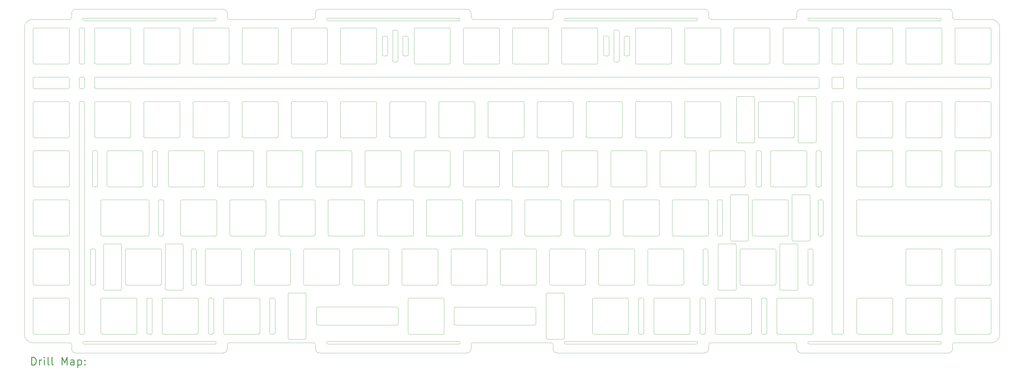
<source format=gbr>
%FSLAX45Y45*%
G04 Gerber Fmt 4.5, Leading zero omitted, Abs format (unit mm)*
G04 Created by KiCad (PCBNEW (5.1.10)-1) date 2022-01-09 14:06:08*
%MOMM*%
%LPD*%
G01*
G04 APERTURE LIST*
%TA.AperFunction,Profile*%
%ADD10C,0.100000*%
%TD*%
%ADD11C,0.200000*%
%ADD12C,0.300000*%
G04 APERTURE END LIST*
D10*
X20080610Y-28861310D02*
G75*
G02*
X20030610Y-28811310I0J50000D01*
G01*
X34367210Y-28861310D02*
X29287530Y-28861310D01*
X15715260Y-28861310D02*
X10635580Y-28861310D01*
X15715260Y-28761310D02*
G75*
G02*
X15765260Y-28811310I0J-50000D01*
G01*
X34417210Y-28811310D02*
G75*
G02*
X34367210Y-28861310I-50000J0D01*
G01*
X38682560Y-28811310D02*
G75*
G02*
X38732560Y-28761310I50000J0D01*
G01*
X20030610Y-28811310D02*
G75*
G02*
X20080610Y-28761310I50000J0D01*
G01*
X38732560Y-28861310D02*
G75*
G02*
X38682560Y-28811310I0J50000D01*
G01*
X15765260Y-28811310D02*
G75*
G02*
X15715260Y-28861310I-50000J0D01*
G01*
X34367210Y-28761310D02*
G75*
G02*
X34417210Y-28811310I0J-50000D01*
G01*
X43812240Y-28861310D02*
X38732560Y-28861310D01*
X25160290Y-28861310D02*
X20080610Y-28861310D01*
X38732560Y-28761310D02*
X43812240Y-28761310D01*
X29287530Y-28761310D02*
X34367210Y-28761310D01*
X29287530Y-28861310D02*
G75*
G02*
X29237530Y-28811310I0J50000D01*
G01*
X29237530Y-28811310D02*
G75*
G02*
X29287530Y-28761310I50000J0D01*
G01*
X43862240Y-28811310D02*
G75*
G02*
X43812240Y-28861310I-50000J0D01*
G01*
X43812240Y-28761310D02*
G75*
G02*
X43862240Y-28811310I0J-50000D01*
G01*
X25210290Y-28811310D02*
G75*
G02*
X25160290Y-28861310I-50000J0D01*
G01*
X10585580Y-28811310D02*
G75*
G02*
X10635580Y-28761310I50000J0D01*
G01*
X10635580Y-28761310D02*
X15715260Y-28761310D01*
X10635580Y-28861310D02*
G75*
G02*
X10585580Y-28811310I0J50000D01*
G01*
X20080610Y-28761310D02*
X25160290Y-28761310D01*
X25160290Y-28761310D02*
G75*
G02*
X25210290Y-28811310I0J-50000D01*
G01*
X34367210Y-16220850D02*
G75*
G02*
X34417210Y-16270850I0J-50000D01*
G01*
X38732560Y-16220850D02*
X43812240Y-16220850D01*
X38732560Y-16320850D02*
G75*
G02*
X38682560Y-16270850I0J50000D01*
G01*
X34417210Y-16270850D02*
G75*
G02*
X34367210Y-16320850I-50000J0D01*
G01*
X38682560Y-16270850D02*
G75*
G02*
X38732560Y-16220850I50000J0D01*
G01*
X29287530Y-16220850D02*
X34367210Y-16220850D01*
X29237530Y-16270850D02*
G75*
G02*
X29287530Y-16220850I50000J0D01*
G01*
X43862240Y-16270850D02*
G75*
G02*
X43812240Y-16320850I-50000J0D01*
G01*
X43812240Y-16320850D02*
X38732560Y-16320850D01*
X43812240Y-16220850D02*
G75*
G02*
X43862240Y-16270850I0J-50000D01*
G01*
X34367210Y-16320850D02*
X29287530Y-16320850D01*
X29287530Y-16320850D02*
G75*
G02*
X29237530Y-16270850I0J50000D01*
G01*
X25160290Y-16320850D02*
X20080610Y-16320850D01*
X25160290Y-16220850D02*
G75*
G02*
X25210290Y-16270850I0J-50000D01*
G01*
X25210290Y-16270850D02*
G75*
G02*
X25160290Y-16320850I-50000J0D01*
G01*
X20030610Y-16270850D02*
G75*
G02*
X20080610Y-16220850I50000J0D01*
G01*
X20080610Y-16220850D02*
X25160290Y-16220850D01*
X20080610Y-16320850D02*
G75*
G02*
X20030610Y-16270850I0J50000D01*
G01*
X15715260Y-16320850D02*
X10635580Y-16320850D01*
X10635580Y-16220850D02*
X15715260Y-16220850D01*
X15765260Y-16270850D02*
G75*
G02*
X15715260Y-16320850I-50000J0D01*
G01*
X15715260Y-16220850D02*
G75*
G02*
X15765260Y-16270850I0J-50000D01*
G01*
X10635580Y-16320850D02*
G75*
G02*
X10585580Y-16270850I0J50000D01*
G01*
X10585580Y-16270850D02*
G75*
G02*
X10635580Y-16220850I50000J0D01*
G01*
X8651330Y-28811310D02*
X10079990Y-28811310D01*
X16270850Y-28811310D02*
X19525020Y-28811310D01*
X44367830Y-28811310D02*
X45796490Y-28811310D01*
X34922800Y-28811310D02*
X38176970Y-28811310D01*
X28731940Y-28811310D02*
X25715880Y-28811310D01*
X28811310Y-29049420D02*
X28811310Y-28890680D01*
X34684690Y-29208160D02*
X28970050Y-29208160D01*
X34922800Y-28811310D02*
G75*
G03*
X34843430Y-28890680I0J-79370D01*
G01*
X34843430Y-28890680D02*
X34843430Y-29049420D01*
X28811310Y-29049420D02*
G75*
G03*
X28970050Y-29208160I158740J0D01*
G01*
X34684690Y-29208160D02*
G75*
G03*
X34843430Y-29049420I0J158740D01*
G01*
X28811310Y-28890680D02*
G75*
G03*
X28731940Y-28811310I-79370J0D01*
G01*
X38256340Y-29049420D02*
X38256340Y-28890680D01*
X19604390Y-29049420D02*
G75*
G03*
X19763130Y-29208160I158740J0D01*
G01*
X16032740Y-29208160D02*
G75*
G03*
X16191480Y-29049420I0J158740D01*
G01*
X16191480Y-28890680D02*
X16191480Y-29049420D01*
X19604390Y-29049420D02*
X19604390Y-28890680D01*
X44288460Y-28890680D02*
X44288460Y-29049420D01*
X44129720Y-29208160D02*
X38415080Y-29208160D01*
X44367830Y-28811310D02*
G75*
G03*
X44288460Y-28890680I0J-79370D01*
G01*
X44129720Y-29208160D02*
G75*
G03*
X44288460Y-29049420I0J158740D01*
G01*
X25715880Y-28811310D02*
G75*
G03*
X25636510Y-28890680I0J-79370D01*
G01*
X38256340Y-29049420D02*
G75*
G03*
X38415080Y-29208160I158740J0D01*
G01*
X16270850Y-28811310D02*
G75*
G03*
X16191480Y-28890680I0J-79370D01*
G01*
X16032740Y-29208160D02*
X10318100Y-29208160D01*
X25636510Y-28890680D02*
X25636510Y-29049420D01*
X10159360Y-28890680D02*
G75*
G03*
X10079990Y-28811310I-79370J0D01*
G01*
X38256340Y-28890680D02*
G75*
G03*
X38176970Y-28811310I-79370J0D01*
G01*
X25477770Y-29208160D02*
X19763130Y-29208160D01*
X10159360Y-29049420D02*
X10159360Y-28890680D01*
X10159360Y-29049420D02*
G75*
G03*
X10318100Y-29208160I158740J0D01*
G01*
X25477770Y-29208160D02*
G75*
G03*
X25636510Y-29049420I0J158740D01*
G01*
X19604390Y-28890680D02*
G75*
G03*
X19525020Y-28811310I-79370J0D01*
G01*
X8651330Y-16270850D02*
X10079990Y-16270850D01*
X16270850Y-16270850D02*
X19525020Y-16270850D01*
X44367830Y-16270850D02*
X45796490Y-16270850D01*
X34922800Y-16270850D02*
X38176970Y-16270850D01*
X29191345Y-28680220D02*
X28591345Y-28680220D01*
X28591345Y-28680220D02*
G75*
G02*
X28541345Y-28630220I0J50000D01*
G01*
X29241345Y-28630220D02*
G75*
G02*
X29191345Y-28680220I-50000J0D01*
G01*
X18591345Y-28680220D02*
G75*
G02*
X18541345Y-28630220I0J50000D01*
G01*
X19241345Y-28630220D02*
G75*
G02*
X19191345Y-28680220I-50000J0D01*
G01*
X19191345Y-28680220D02*
X18591345Y-28680220D01*
X28731940Y-16270850D02*
X25715880Y-16270850D01*
X28811310Y-16032740D02*
G75*
G02*
X28970050Y-15874000I158740J0D01*
G01*
X28811310Y-16032740D02*
X28811310Y-16191480D01*
X34922800Y-16270850D02*
G75*
G02*
X34843430Y-16191480I0J79370D01*
G01*
X34843430Y-16191480D02*
X34843430Y-16032740D01*
X34684690Y-15874000D02*
X28970050Y-15874000D01*
X34684690Y-15874000D02*
G75*
G02*
X34843430Y-16032740I0J-158740D01*
G01*
X28811310Y-16191480D02*
G75*
G02*
X28731940Y-16270850I-79370J0D01*
G01*
X8333850Y-28493830D02*
X8333850Y-16588330D01*
X46113970Y-28493830D02*
X46113970Y-16588330D01*
X14842870Y-26574980D02*
G75*
G02*
X14792870Y-26524980I0J50000D01*
G01*
X14992870Y-25224980D02*
X14992870Y-26524980D01*
X11085470Y-26524980D02*
G75*
G02*
X11035470Y-26574980I-50000J0D01*
G01*
X14942870Y-25174980D02*
G75*
G02*
X14992870Y-25224980I0J-50000D01*
G01*
X14842870Y-25174980D02*
X14942870Y-25174980D01*
X10885470Y-25224980D02*
X10885470Y-26524980D01*
X14842870Y-26574980D02*
X14942870Y-26574980D01*
X10885470Y-25224980D02*
G75*
G02*
X10935470Y-25174980I50000J0D01*
G01*
X14792870Y-25224980D02*
G75*
G02*
X14842870Y-25174980I50000J0D01*
G01*
X10935470Y-26574980D02*
G75*
G02*
X10885470Y-26524980I0J50000D01*
G01*
X11035470Y-25174980D02*
G75*
G02*
X11085470Y-25224980I0J-50000D01*
G01*
X14992870Y-26524980D02*
G75*
G02*
X14942870Y-26574980I-50000J0D01*
G01*
X14792870Y-25224980D02*
X14792870Y-26524980D01*
X10935470Y-25174980D02*
X11035470Y-25174980D01*
X10935470Y-26574980D02*
X11035470Y-26574980D01*
X11085470Y-25224980D02*
X11085470Y-26524980D01*
X11445340Y-24974380D02*
G75*
G03*
X11395340Y-25024380I0J-50000D01*
G01*
X11445340Y-24974380D02*
X12045340Y-24974380D01*
X12095340Y-25024380D02*
G75*
G03*
X12045340Y-24974380I-50000J0D01*
G01*
X14482940Y-25024380D02*
X14482940Y-26724860D01*
X13782940Y-25024380D02*
X13782940Y-26724860D01*
X14482940Y-26724860D02*
G75*
G02*
X14432940Y-26774860I-50000J0D01*
G01*
X13832940Y-24974380D02*
G75*
G03*
X13782940Y-25024380I0J-50000D01*
G01*
X11395340Y-26724860D02*
X11395340Y-25024380D01*
X13832940Y-26774860D02*
G75*
G02*
X13782940Y-26724860I0J50000D01*
G01*
X11445340Y-26774860D02*
G75*
G02*
X11395340Y-26724860I0J50000D01*
G01*
X12095340Y-26724860D02*
G75*
G02*
X12045340Y-26774860I-50000J0D01*
G01*
X12095340Y-26724860D02*
X12095340Y-25024380D01*
X14482940Y-25024380D02*
G75*
G03*
X14432940Y-24974380I-50000J0D01*
G01*
X13832940Y-26774860D02*
X14432940Y-26774860D01*
X11445340Y-26774860D02*
X12045340Y-26774860D01*
X13832940Y-24974380D02*
X14432940Y-24974380D01*
X13001850Y-18002720D02*
G75*
G02*
X12951850Y-17952720I0J50000D01*
G01*
X14351850Y-17952720D02*
G75*
G02*
X14301850Y-18002720I-50000J0D01*
G01*
X13001850Y-18002720D02*
X14301850Y-18002720D01*
X13001850Y-16602720D02*
X14301850Y-16602720D01*
X12951850Y-16652720D02*
G75*
G02*
X13001850Y-16602720I50000J0D01*
G01*
X14351850Y-16652720D02*
X14351850Y-17952720D01*
X12951850Y-16652720D02*
X12951850Y-17952720D01*
X14301850Y-16602720D02*
G75*
G02*
X14351850Y-16652720I0J-50000D01*
G01*
X31217295Y-17923230D02*
G75*
G02*
X31167295Y-17873230I0J50000D01*
G01*
X31167295Y-17873230D02*
X31167295Y-16731970D01*
X30979895Y-17635120D02*
G75*
G02*
X30929895Y-17685120I-50000J0D01*
G01*
X31167295Y-16731970D02*
G75*
G02*
X31217295Y-16681970I50000J0D01*
G01*
X30979895Y-17635120D02*
X30979895Y-16970080D01*
X31773595Y-17635120D02*
G75*
G02*
X31723595Y-17685120I-50000J0D01*
G01*
X30929895Y-16920080D02*
G75*
G02*
X30979895Y-16970080I0J-50000D01*
G01*
X30820445Y-17685120D02*
X30929895Y-17685120D01*
X30770445Y-17635120D02*
X30770445Y-16970080D01*
X31614145Y-16920080D02*
X31723595Y-16920080D01*
X31614145Y-17685120D02*
X31723595Y-17685120D01*
X31564145Y-17635120D02*
X31564145Y-16970080D01*
X31564145Y-16970080D02*
G75*
G02*
X31614145Y-16920080I50000J0D01*
G01*
X31217295Y-16681970D02*
X31326745Y-16681970D01*
X31614145Y-17685120D02*
G75*
G02*
X31564145Y-17635120I0J50000D01*
G01*
X31376745Y-17873230D02*
G75*
G02*
X31326745Y-17923230I-50000J0D01*
G01*
X30820445Y-17685120D02*
G75*
G02*
X30770445Y-17635120I0J50000D01*
G01*
X31217295Y-17923230D02*
X31326745Y-17923230D01*
X30770445Y-16970080D02*
G75*
G02*
X30820445Y-16920080I50000J0D01*
G01*
X30820445Y-16920080D02*
X30929895Y-16920080D01*
X31326745Y-16681970D02*
G75*
G02*
X31376745Y-16731970I0J-50000D01*
G01*
X31376745Y-17873230D02*
X31376745Y-16731970D01*
X31723595Y-16920080D02*
G75*
G02*
X31773595Y-16970080I0J-50000D01*
G01*
X31773595Y-17635120D02*
X31773595Y-16970080D01*
X22804785Y-17873230D02*
G75*
G02*
X22754785Y-17923230I-50000J0D01*
G01*
X22248485Y-17685120D02*
X22357935Y-17685120D01*
X22645335Y-16681970D02*
X22754785Y-16681970D01*
X22645335Y-17923230D02*
G75*
G02*
X22595335Y-17873230I0J50000D01*
G01*
X22198485Y-17635120D02*
X22198485Y-16970080D01*
X22198485Y-16970080D02*
G75*
G02*
X22248485Y-16920080I50000J0D01*
G01*
X22754785Y-16681970D02*
G75*
G02*
X22804785Y-16731970I0J-50000D01*
G01*
X22595335Y-17873230D02*
X22595335Y-16731970D01*
X22804785Y-17873230D02*
X22804785Y-16731970D01*
X22595335Y-16731970D02*
G75*
G02*
X22645335Y-16681970I50000J0D01*
G01*
X22407935Y-17635120D02*
G75*
G02*
X22357935Y-17685120I-50000J0D01*
G01*
X22248485Y-16920080D02*
X22357935Y-16920080D01*
X22248485Y-17685120D02*
G75*
G02*
X22198485Y-17635120I0J50000D01*
G01*
X22357935Y-16920080D02*
G75*
G02*
X22407935Y-16970080I0J-50000D01*
G01*
X22407935Y-17635120D02*
X22407935Y-16970080D01*
X22645335Y-17923230D02*
X22754785Y-17923230D01*
X23042185Y-17685120D02*
X23151635Y-17685120D01*
X22992185Y-17635120D02*
X22992185Y-16970080D01*
X23042185Y-16920080D02*
X23151635Y-16920080D01*
X23042185Y-17685120D02*
G75*
G02*
X22992185Y-17635120I0J50000D01*
G01*
X23151635Y-16920080D02*
G75*
G02*
X23201635Y-16970080I0J-50000D01*
G01*
X23201635Y-17635120D02*
G75*
G02*
X23151635Y-17685120I-50000J0D01*
G01*
X22992185Y-16970080D02*
G75*
G02*
X23042185Y-16920080I50000J0D01*
G01*
X23201635Y-17635120D02*
X23201635Y-16970080D01*
X32169735Y-28479440D02*
X32279185Y-28479440D01*
X32329185Y-28429440D02*
G75*
G02*
X32279185Y-28479440I-50000J0D01*
G01*
X32169735Y-28479440D02*
G75*
G02*
X32119735Y-28429440I0J50000D01*
G01*
X32169735Y-27079440D02*
X32279185Y-27079440D01*
X32279185Y-27079440D02*
G75*
G02*
X32329185Y-27129440I0J-50000D01*
G01*
X32329185Y-28429440D02*
X32329185Y-27129440D01*
X32119735Y-28429440D02*
X32119735Y-27129440D01*
X32119735Y-27129440D02*
G75*
G02*
X32169735Y-27079440I50000J0D01*
G01*
X34710285Y-28429440D02*
X34710285Y-27129440D01*
X34660285Y-27079440D02*
G75*
G02*
X34710285Y-27129440I0J-50000D01*
G01*
X34550835Y-28479440D02*
X34660285Y-28479440D01*
X34710285Y-28429440D02*
G75*
G02*
X34660285Y-28479440I-50000J0D01*
G01*
X34500835Y-27129440D02*
G75*
G02*
X34550835Y-27079440I50000J0D01*
G01*
X34550835Y-28479440D02*
G75*
G02*
X34500835Y-28429440I0J50000D01*
G01*
X34500835Y-28429440D02*
X34500835Y-27129440D01*
X34550835Y-27079440D02*
X34660285Y-27079440D01*
X36931935Y-27079440D02*
X37041385Y-27079440D01*
X36931935Y-28479440D02*
G75*
G02*
X36881935Y-28429440I0J50000D01*
G01*
X36881935Y-28429440D02*
X36881935Y-27129440D01*
X37041385Y-27079440D02*
G75*
G02*
X37091385Y-27129440I0J-50000D01*
G01*
X36931935Y-28479440D02*
X37041385Y-28479440D01*
X37091385Y-28429440D02*
X37091385Y-27129440D01*
X36881935Y-27129440D02*
G75*
G02*
X36931935Y-27079440I50000J0D01*
G01*
X37091385Y-28429440D02*
G75*
G02*
X37041385Y-28479440I-50000J0D01*
G01*
X18042585Y-28429440D02*
G75*
G02*
X17992585Y-28479440I-50000J0D01*
G01*
X17833135Y-28429440D02*
X17833135Y-27129440D01*
X17883135Y-27079440D02*
X17992585Y-27079440D01*
X17883135Y-28479440D02*
X17992585Y-28479440D01*
X18042585Y-28429440D02*
X18042585Y-27129440D01*
X17883135Y-28479440D02*
G75*
G02*
X17833135Y-28429440I0J50000D01*
G01*
X17992585Y-27079440D02*
G75*
G02*
X18042585Y-27129440I0J-50000D01*
G01*
X17833135Y-27129440D02*
G75*
G02*
X17883135Y-27079440I50000J0D01*
G01*
X15661485Y-28429440D02*
G75*
G02*
X15611485Y-28479440I-50000J0D01*
G01*
X15502035Y-27079440D02*
X15611485Y-27079440D01*
X15661485Y-28429440D02*
X15661485Y-27129440D01*
X15502035Y-28479440D02*
X15611485Y-28479440D01*
X15502035Y-28479440D02*
G75*
G02*
X15452035Y-28429440I0J50000D01*
G01*
X15611485Y-27079440D02*
G75*
G02*
X15661485Y-27129440I0J-50000D01*
G01*
X15452035Y-27129440D02*
G75*
G02*
X15502035Y-27079440I50000J0D01*
G01*
X15452035Y-28429440D02*
X15452035Y-27129440D01*
X13230385Y-27079440D02*
G75*
G02*
X13280385Y-27129440I0J-50000D01*
G01*
X13070935Y-28429440D02*
X13070935Y-27129440D01*
X13280385Y-28429440D02*
G75*
G02*
X13230385Y-28479440I-50000J0D01*
G01*
X13120935Y-28479440D02*
X13230385Y-28479440D01*
X13120935Y-28479440D02*
G75*
G02*
X13070935Y-28429440I0J50000D01*
G01*
X13120935Y-27079440D02*
X13230385Y-27079440D01*
X13280385Y-28429440D02*
X13280385Y-27129440D01*
X13070935Y-27129440D02*
G75*
G02*
X13120935Y-27079440I50000J0D01*
G01*
X10501725Y-18955040D02*
X10611175Y-18955040D01*
X10451725Y-18905040D02*
X10451725Y-18557480D01*
X10451725Y-18557480D02*
G75*
G02*
X10501725Y-18507480I50000J0D01*
G01*
X10661175Y-18905040D02*
G75*
G02*
X10611175Y-18955040I-50000J0D01*
G01*
X10501725Y-18507480D02*
X10611175Y-18507480D01*
X10501725Y-18955040D02*
G75*
G02*
X10451725Y-18905040I0J50000D01*
G01*
X10611175Y-18507480D02*
G75*
G02*
X10661175Y-18557480I0J-50000D01*
G01*
X10661175Y-18905040D02*
X10661175Y-18557480D01*
X10065900Y-18905040D02*
G75*
G02*
X10015900Y-18955040I-50000J0D01*
G01*
X8715900Y-18955040D02*
G75*
G02*
X8665900Y-18905040I0J50000D01*
G01*
X10015900Y-18507480D02*
G75*
G02*
X10065900Y-18557480I0J-50000D01*
G01*
X8665900Y-18557480D02*
G75*
G02*
X8715900Y-18507480I50000J0D01*
G01*
X10065900Y-18905040D02*
X10065900Y-18557480D01*
X8665900Y-18905040D02*
X8665900Y-18557480D01*
X8715900Y-18955040D02*
X10015900Y-18955040D01*
X8715900Y-18507480D02*
X10015900Y-18507480D01*
X39230090Y-23270100D02*
G75*
G02*
X39280090Y-23320100I0J-50000D01*
G01*
X39280090Y-24620100D02*
G75*
G02*
X39230090Y-24670100I-50000J0D01*
G01*
X39130090Y-24670100D02*
G75*
G02*
X39080090Y-24620100I0J50000D01*
G01*
X39080090Y-23320100D02*
X39080090Y-24620100D01*
X39130090Y-24670100D02*
X39230090Y-24670100D01*
X39130090Y-23270100D02*
X39230090Y-23270100D01*
X39080090Y-23320100D02*
G75*
G02*
X39130090Y-23270100I50000J0D01*
G01*
X39280090Y-23320100D02*
X39280090Y-24620100D01*
X35172690Y-23320100D02*
G75*
G02*
X35222690Y-23270100I50000J0D01*
G01*
X35172690Y-23320100D02*
X35172690Y-24620100D01*
X35222690Y-24670100D02*
G75*
G02*
X35172690Y-24620100I0J50000D01*
G01*
X35372690Y-24620100D02*
G75*
G02*
X35322690Y-24670100I-50000J0D01*
G01*
X35322690Y-23270100D02*
G75*
G02*
X35372690Y-23320100I0J-50000D01*
G01*
X35222690Y-23270100D02*
X35322690Y-23270100D01*
X35222690Y-24670100D02*
X35322690Y-24670100D01*
X35372690Y-23320100D02*
X35372690Y-24620100D01*
X38683240Y-25224980D02*
X38683240Y-26524980D01*
X38733240Y-26574980D02*
G75*
G02*
X38683240Y-26524980I0J50000D01*
G01*
X38683240Y-25224980D02*
G75*
G02*
X38733240Y-25174980I50000J0D01*
G01*
X38833240Y-25174980D02*
G75*
G02*
X38883240Y-25224980I0J-50000D01*
G01*
X38883240Y-25224980D02*
X38883240Y-26524980D01*
X38733240Y-25174980D02*
X38833240Y-25174980D01*
X38733240Y-26574980D02*
X38833240Y-26574980D01*
X38883240Y-26524980D02*
G75*
G02*
X38833240Y-26574980I-50000J0D01*
G01*
X34767100Y-25174980D02*
G75*
G02*
X34817100Y-25224980I0J-50000D01*
G01*
X34667100Y-26574980D02*
G75*
G02*
X34617100Y-26524980I0J50000D01*
G01*
X34667100Y-26574980D02*
X34767100Y-26574980D01*
X34617100Y-25224980D02*
G75*
G02*
X34667100Y-25174980I50000J0D01*
G01*
X34617100Y-25224980D02*
X34617100Y-26524980D01*
X34817100Y-25224980D02*
X34817100Y-26524980D01*
X34667100Y-25174980D02*
X34767100Y-25174980D01*
X34817100Y-26524980D02*
G75*
G02*
X34767100Y-26574980I-50000J0D01*
G01*
X10451725Y-16652600D02*
G75*
G02*
X10501725Y-16602600I50000J0D01*
G01*
X10661175Y-17952600D02*
X10661175Y-16652600D01*
X10611175Y-16602600D02*
G75*
G02*
X10661175Y-16652600I0J-50000D01*
G01*
X10451725Y-17952600D02*
X10451725Y-16652600D01*
X10661175Y-17952600D02*
G75*
G02*
X10611175Y-18002600I-50000J0D01*
G01*
X10501725Y-18002600D02*
G75*
G02*
X10451725Y-17952600I0J50000D01*
G01*
X10501725Y-16602600D02*
X10611175Y-16602600D01*
X10501725Y-18002600D02*
X10611175Y-18002600D01*
X37400140Y-25174860D02*
G75*
G02*
X37450140Y-25224860I0J-50000D01*
G01*
X28591345Y-26878780D02*
G75*
G03*
X28541345Y-26928780I0J-50000D01*
G01*
X29241345Y-26928780D02*
G75*
G03*
X29191345Y-26878780I-50000J0D01*
G01*
X29191345Y-26878780D02*
X28591345Y-26878780D01*
X18591345Y-26878780D02*
G75*
G03*
X18541345Y-26928780I0J-50000D01*
G01*
X19241345Y-26928780D02*
G75*
G03*
X19191345Y-26878780I-50000J0D01*
G01*
X19191345Y-26878780D02*
X18591345Y-26878780D01*
X12289140Y-25174860D02*
X13589140Y-25174860D01*
X13639140Y-25224860D02*
X13639140Y-26524860D01*
X13589140Y-25174860D02*
G75*
G02*
X13639140Y-25224860I0J-50000D01*
G01*
X13639140Y-26524860D02*
G75*
G02*
X13589140Y-26574860I-50000J0D01*
G01*
X12289140Y-26574860D02*
G75*
G02*
X12239140Y-26524860I0J50000D01*
G01*
X12239140Y-25224860D02*
X12239140Y-26524860D01*
X12239140Y-25224860D02*
G75*
G02*
X12289140Y-25174860I50000J0D01*
G01*
X12289140Y-26574860D02*
X13589140Y-26574860D01*
X35256340Y-24974380D02*
G75*
G03*
X35206340Y-25024380I0J-50000D01*
G01*
X35256340Y-24974380D02*
X35856340Y-24974380D01*
X35906340Y-25024380D02*
G75*
G03*
X35856340Y-24974380I-50000J0D01*
G01*
X36050140Y-25224860D02*
G75*
G02*
X36100140Y-25174860I50000J0D01*
G01*
X38293940Y-25024380D02*
X38293940Y-26724860D01*
X36100140Y-26574860D02*
G75*
G02*
X36050140Y-26524860I0J50000D01*
G01*
X36100140Y-26574860D02*
X37400140Y-26574860D01*
X36050140Y-25224860D02*
X36050140Y-26524860D01*
X37593940Y-25024380D02*
X37593940Y-26724860D01*
X38293940Y-26724860D02*
G75*
G02*
X38243940Y-26774860I-50000J0D01*
G01*
X37643940Y-24974380D02*
G75*
G03*
X37593940Y-25024380I0J-50000D01*
G01*
X35206340Y-26724860D02*
X35206340Y-25024380D01*
X37643940Y-26774860D02*
G75*
G02*
X37593940Y-26724860I0J50000D01*
G01*
X35256340Y-26774860D02*
G75*
G02*
X35206340Y-26724860I0J50000D01*
G01*
X35906340Y-26724860D02*
G75*
G02*
X35856340Y-26774860I-50000J0D01*
G01*
X35906340Y-26724860D02*
X35906340Y-25024380D01*
X37450140Y-26524860D02*
G75*
G02*
X37400140Y-26574860I-50000J0D01*
G01*
X36100140Y-25174860D02*
X37400140Y-25174860D01*
X38293940Y-25024380D02*
G75*
G03*
X38243940Y-24974380I-50000J0D01*
G01*
X37643940Y-26774860D02*
X38243940Y-26774860D01*
X35256340Y-26774860D02*
X35856340Y-26774860D01*
X37643940Y-24974380D02*
X38243940Y-24974380D01*
X37450140Y-25224860D02*
X37450140Y-26524860D01*
X35732560Y-24869980D02*
X36332560Y-24869980D01*
X36382560Y-24819980D02*
G75*
G02*
X36332560Y-24869980I-50000J0D01*
G01*
X35732560Y-24869980D02*
G75*
G02*
X35682560Y-24819980I0J50000D01*
G01*
X35732560Y-23069500D02*
G75*
G03*
X35682560Y-23119500I0J-50000D01*
G01*
X35682560Y-24819980D02*
X35682560Y-23119500D01*
X35732560Y-23069500D02*
X36332560Y-23069500D01*
X36382560Y-24819980D02*
X36382560Y-23119500D01*
X36382560Y-23119500D02*
G75*
G03*
X36332560Y-23069500I-50000J0D01*
G01*
X38120160Y-23069500D02*
G75*
G03*
X38070160Y-23119500I0J-50000D01*
G01*
X38770160Y-23119500D02*
G75*
G03*
X38720160Y-23069500I-50000J0D01*
G01*
X38120160Y-23069500D02*
X38720160Y-23069500D01*
X37876360Y-23269980D02*
G75*
G02*
X37926360Y-23319980I0J-50000D01*
G01*
X36526360Y-23319980D02*
G75*
G02*
X36576360Y-23269980I50000J0D01*
G01*
X36576360Y-24669980D02*
X37876360Y-24669980D01*
X38120160Y-24869980D02*
X38720160Y-24869980D01*
X38070160Y-23119500D02*
X38070160Y-24819980D01*
X37926360Y-23319980D02*
X37926360Y-24619980D01*
X36526360Y-23319980D02*
X36526360Y-24619980D01*
X36576360Y-24669980D02*
G75*
G02*
X36526360Y-24619980I0J50000D01*
G01*
X38770160Y-23119500D02*
X38770160Y-24819980D01*
X37926360Y-24619980D02*
G75*
G02*
X37876360Y-24669980I-50000J0D01*
G01*
X38120160Y-24869980D02*
G75*
G02*
X38070160Y-24819980I0J50000D01*
G01*
X36576360Y-23269980D02*
X37876360Y-23269980D01*
X38770160Y-24819980D02*
G75*
G02*
X38720160Y-24869980I-50000J0D01*
G01*
X38358270Y-19259740D02*
X38958270Y-19259740D01*
X38358270Y-19259740D02*
G75*
G03*
X38308270Y-19309740I0J-50000D01*
G01*
X39008270Y-19309740D02*
G75*
G03*
X38958270Y-19259740I-50000J0D01*
G01*
X35970670Y-19259740D02*
X36570670Y-19259740D01*
X36620670Y-21010220D02*
X36620670Y-19309740D01*
X35920670Y-21010220D02*
X35920670Y-19309740D01*
X35970670Y-19259740D02*
G75*
G03*
X35920670Y-19309740I0J-50000D01*
G01*
X36620670Y-19309740D02*
G75*
G03*
X36570670Y-19259740I-50000J0D01*
G01*
X42529470Y-18002900D02*
X43829470Y-18002900D01*
X42529470Y-18002900D02*
G75*
G02*
X42479470Y-17952900I0J50000D01*
G01*
X42479470Y-16652900D02*
G75*
G02*
X42529470Y-16602900I50000J0D01*
G01*
X42529470Y-16602900D02*
X43829470Y-16602900D01*
X43879470Y-16652900D02*
X43879470Y-17952900D01*
X43879470Y-17952900D02*
G75*
G02*
X43829470Y-18002900I-50000J0D01*
G01*
X43829470Y-16602900D02*
G75*
G02*
X43879470Y-16652900I0J-50000D01*
G01*
X42479470Y-16652900D02*
X42479470Y-17952900D01*
X10661175Y-28429440D02*
X10661175Y-19509920D01*
X10611175Y-19459920D02*
G75*
G02*
X10661175Y-19509920I0J-50000D01*
G01*
X10501725Y-19459920D02*
X10611175Y-19459920D01*
X10451725Y-28429440D02*
X10451725Y-19509920D01*
X10451725Y-19509920D02*
G75*
G02*
X10501725Y-19459920I50000J0D01*
G01*
X10501725Y-28479440D02*
G75*
G02*
X10451725Y-28429440I0J50000D01*
G01*
X10501725Y-28479440D02*
X10611175Y-28479440D01*
X10661175Y-28429440D02*
G75*
G02*
X10611175Y-28479440I-50000J0D01*
G01*
X44434470Y-25175340D02*
X45734470Y-25175340D01*
X44434470Y-26575340D02*
G75*
G02*
X44384470Y-26525340I0J50000D01*
G01*
X44384470Y-25225340D02*
X44384470Y-26525340D01*
X45734470Y-25175340D02*
G75*
G02*
X45784470Y-25225340I0J-50000D01*
G01*
X45784470Y-26525340D02*
G75*
G02*
X45734470Y-26575340I-50000J0D01*
G01*
X45784470Y-25225340D02*
X45784470Y-26525340D01*
X44434470Y-26575340D02*
X45734470Y-26575340D01*
X44384470Y-25225340D02*
G75*
G02*
X44434470Y-25175340I50000J0D01*
G01*
X40574470Y-21415100D02*
G75*
G02*
X40624470Y-21365100I50000J0D01*
G01*
X44434470Y-22765100D02*
G75*
G02*
X44384470Y-22715100I0J50000D01*
G01*
X40624470Y-22765100D02*
G75*
G02*
X40574470Y-22715100I0J50000D01*
G01*
X41974470Y-22715100D02*
G75*
G02*
X41924470Y-22765100I-50000J0D01*
G01*
X44434470Y-22765100D02*
X45734470Y-22765100D01*
X42529470Y-22765100D02*
X43829470Y-22765100D01*
X42529470Y-22765100D02*
G75*
G02*
X42479470Y-22715100I0J50000D01*
G01*
X42479470Y-21415100D02*
G75*
G02*
X42529470Y-21365100I50000J0D01*
G01*
X42529470Y-21365100D02*
X43829470Y-21365100D01*
X44384470Y-21415100D02*
G75*
G02*
X44434470Y-21365100I50000J0D01*
G01*
X43879470Y-21415100D02*
X43879470Y-22715100D01*
X45734470Y-21365100D02*
G75*
G02*
X45784470Y-21415100I0J-50000D01*
G01*
X40624470Y-22765100D02*
X41924470Y-22765100D01*
X41974470Y-21415100D02*
X41974470Y-22715100D01*
X44434470Y-21365100D02*
X45734470Y-21365100D01*
X44384470Y-21415100D02*
X44384470Y-22715100D01*
X45784470Y-22715100D02*
G75*
G02*
X45734470Y-22765100I-50000J0D01*
G01*
X41924470Y-21365100D02*
G75*
G02*
X41974470Y-21415100I0J-50000D01*
G01*
X43879470Y-22715100D02*
G75*
G02*
X43829470Y-22765100I-50000J0D01*
G01*
X43829470Y-21365100D02*
G75*
G02*
X43879470Y-21415100I0J-50000D01*
G01*
X45784470Y-21415100D02*
X45784470Y-22715100D01*
X42479470Y-21415100D02*
X42479470Y-22715100D01*
X40624470Y-21365100D02*
X41924470Y-21365100D01*
X40574470Y-21415100D02*
X40574470Y-22715100D01*
X39670200Y-18955040D02*
X40017760Y-18955040D01*
X39670200Y-18507480D02*
X40017760Y-18507480D01*
X40067760Y-18905040D02*
X40067760Y-18557480D01*
X39620200Y-18905040D02*
X39620200Y-18557480D01*
X39670200Y-18955040D02*
G75*
G02*
X39620200Y-18905040I0J50000D01*
G01*
X40017760Y-18507480D02*
G75*
G02*
X40067760Y-18557480I0J-50000D01*
G01*
X39620200Y-18557480D02*
G75*
G02*
X39670200Y-18507480I50000J0D01*
G01*
X40067760Y-18905040D02*
G75*
G02*
X40017760Y-18955040I-50000J0D01*
G01*
X45782100Y-18904860D02*
X45782100Y-18557300D01*
X40572340Y-18904860D02*
X40572340Y-18557300D01*
X45732100Y-18507300D02*
X40622340Y-18507300D01*
X45732100Y-18954860D02*
X40622340Y-18954860D01*
X45782100Y-18904860D02*
G75*
G02*
X45732100Y-18954860I-50000J0D01*
G01*
X40572340Y-18557300D02*
G75*
G02*
X40622340Y-18507300I50000J0D01*
G01*
X40622340Y-18954860D02*
G75*
G02*
X40572340Y-18904860I0J50000D01*
G01*
X45732100Y-18507300D02*
G75*
G02*
X45782100Y-18557300I0J-50000D01*
G01*
X39670200Y-28479440D02*
X40017760Y-28479440D01*
X39670200Y-19459920D02*
X40017760Y-19459920D01*
X40067760Y-28429440D02*
X40067760Y-19509920D01*
X39620200Y-28429440D02*
X39620200Y-19509920D01*
X39670200Y-28479440D02*
G75*
G02*
X39620200Y-28429440I0J50000D01*
G01*
X40017760Y-19459920D02*
G75*
G02*
X40067760Y-19509920I0J-50000D01*
G01*
X39620200Y-19509920D02*
G75*
G02*
X39670200Y-19459920I50000J0D01*
G01*
X40067760Y-28429440D02*
G75*
G02*
X40017760Y-28479440I-50000J0D01*
G01*
X39620200Y-16652600D02*
G75*
G02*
X39670200Y-16602600I50000J0D01*
G01*
X39670200Y-16602600D02*
X40017760Y-16602600D01*
X40067760Y-17952600D02*
X40067760Y-16652600D01*
X39620200Y-17952600D02*
X39620200Y-16652600D01*
X40017760Y-16602600D02*
G75*
G02*
X40067760Y-16652600I0J-50000D01*
G01*
X39670200Y-18002600D02*
X40017760Y-18002600D01*
X39670200Y-18002600D02*
G75*
G02*
X39620200Y-17952600I0J50000D01*
G01*
X40067760Y-17952600D02*
G75*
G02*
X40017760Y-18002600I-50000J0D01*
G01*
X11046820Y-18557780D02*
X11046820Y-18905340D01*
X39115140Y-18557780D02*
X39115140Y-18905340D01*
X11046820Y-18557780D02*
G75*
G02*
X11096820Y-18507780I50000J0D01*
G01*
X11096820Y-18507780D02*
X39065140Y-18507780D01*
X11096820Y-18955340D02*
G75*
G02*
X11046820Y-18905340I0J50000D01*
G01*
X11096820Y-18955340D02*
X39065140Y-18955340D01*
X39065140Y-18507780D02*
G75*
G02*
X39115140Y-18557780I0J-50000D01*
G01*
X39115140Y-18905340D02*
G75*
G02*
X39065140Y-18955340I-50000J0D01*
G01*
X10065720Y-17952720D02*
G75*
G02*
X10015720Y-18002720I-50000J0D01*
G01*
X10065720Y-16652720D02*
X10065720Y-17952720D01*
X8665720Y-16652720D02*
X8665720Y-17952720D01*
X8715720Y-18002720D02*
X10015720Y-18002720D01*
X8665720Y-16652720D02*
G75*
G02*
X8715720Y-16602720I50000J0D01*
G01*
X8715720Y-16602720D02*
X10015720Y-16602720D01*
X8715720Y-18002720D02*
G75*
G02*
X8665720Y-17952720I0J50000D01*
G01*
X10015720Y-16602720D02*
G75*
G02*
X10065720Y-16652720I0J-50000D01*
G01*
X28090670Y-28130785D02*
X25023900Y-28130785D01*
X28140670Y-27480785D02*
X28140670Y-28080785D01*
X25023900Y-28130785D02*
G75*
G02*
X24973900Y-28080785I0J50000D01*
G01*
X28140670Y-28080785D02*
G75*
G02*
X28090670Y-28130785I-50000J0D01*
G01*
X24973900Y-27480785D02*
G75*
G02*
X25023900Y-27430785I50000J0D01*
G01*
X24973900Y-28080785D02*
X24973900Y-27480785D01*
X28090670Y-27430785D02*
G75*
G02*
X28140670Y-27480785I0J-50000D01*
G01*
X28090670Y-27430785D02*
X25023900Y-27430785D01*
X11335095Y-24670460D02*
X13111345Y-24670220D01*
X11335095Y-23270460D02*
X13111345Y-23270220D01*
X11285095Y-23320460D02*
G75*
G02*
X11335095Y-23270460I50000J0D01*
G01*
X11285095Y-23320460D02*
X11285095Y-24620460D01*
X11335095Y-24670460D02*
G75*
G02*
X11285095Y-24620460I0J50000D01*
G01*
X22806840Y-28078215D02*
G75*
G02*
X22756840Y-28128215I-50000J0D01*
G01*
X22756840Y-27428215D02*
G75*
G02*
X22806840Y-27478215I0J-50000D01*
G01*
X19640070Y-27478215D02*
G75*
G02*
X19690070Y-27428215I50000J0D01*
G01*
X19690070Y-28128215D02*
G75*
G02*
X19640070Y-28078215I0J50000D01*
G01*
X19690070Y-28128215D02*
X22756840Y-28128215D01*
X19640070Y-28078215D02*
X19640070Y-27478215D01*
X19690070Y-27428215D02*
X22756840Y-27428215D01*
X22806840Y-27478215D02*
X22806840Y-28078215D01*
X45784470Y-28430220D02*
G75*
G02*
X45734470Y-28480220I-50000J0D01*
G01*
X44434470Y-28480220D02*
G75*
G02*
X44384470Y-28430220I0J50000D01*
G01*
X45734470Y-27080220D02*
G75*
G02*
X45784470Y-27130220I0J-50000D01*
G01*
X44384470Y-27130220D02*
G75*
G02*
X44434470Y-27080220I50000J0D01*
G01*
X45784470Y-27130220D02*
X45784470Y-28430220D01*
X44384470Y-27130220D02*
X44384470Y-28430220D01*
X44434470Y-28480220D02*
X45734470Y-28480220D01*
X44434470Y-27080220D02*
X45734470Y-27080220D01*
X43879470Y-28430220D02*
G75*
G02*
X43829470Y-28480220I-50000J0D01*
G01*
X42529470Y-28480220D02*
G75*
G02*
X42479470Y-28430220I0J50000D01*
G01*
X43829470Y-27080220D02*
G75*
G02*
X43879470Y-27130220I0J-50000D01*
G01*
X42479470Y-27130220D02*
G75*
G02*
X42529470Y-27080220I50000J0D01*
G01*
X43879470Y-27130220D02*
X43879470Y-28430220D01*
X42479470Y-27130220D02*
X42479470Y-28430220D01*
X42529470Y-28480220D02*
X43829470Y-28480220D01*
X42529470Y-27080220D02*
X43829470Y-27080220D01*
X41974470Y-28430220D02*
G75*
G02*
X41924470Y-28480220I-50000J0D01*
G01*
X40624470Y-28480220D02*
G75*
G02*
X40574470Y-28430220I0J50000D01*
G01*
X41924470Y-27080220D02*
G75*
G02*
X41974470Y-27130220I0J-50000D01*
G01*
X40574470Y-27130220D02*
G75*
G02*
X40624470Y-27080220I50000J0D01*
G01*
X41974470Y-27130220D02*
X41974470Y-28430220D01*
X40574470Y-27130220D02*
X40574470Y-28430220D01*
X40624470Y-28480220D02*
X41924470Y-28480220D01*
X40624470Y-27080220D02*
X41924470Y-27080220D01*
X38878845Y-28430220D02*
G75*
G02*
X38828845Y-28480220I-50000J0D01*
G01*
X37528845Y-28480220D02*
G75*
G02*
X37478845Y-28430220I0J50000D01*
G01*
X38828845Y-27080220D02*
G75*
G02*
X38878845Y-27130220I0J-50000D01*
G01*
X37478845Y-27130220D02*
G75*
G02*
X37528845Y-27080220I50000J0D01*
G01*
X38878845Y-27130220D02*
X38878845Y-28430220D01*
X37478845Y-27130220D02*
X37478845Y-28430220D01*
X37528845Y-28480220D02*
X38828845Y-28480220D01*
X37528845Y-27080220D02*
X38828845Y-27080220D01*
X36497595Y-28430220D02*
G75*
G02*
X36447595Y-28480220I-50000J0D01*
G01*
X35147595Y-28480220D02*
G75*
G02*
X35097595Y-28430220I0J50000D01*
G01*
X36447595Y-27080220D02*
G75*
G02*
X36497595Y-27130220I0J-50000D01*
G01*
X35097595Y-27130220D02*
G75*
G02*
X35147595Y-27080220I50000J0D01*
G01*
X36497595Y-27130220D02*
X36497595Y-28430220D01*
X35097595Y-27130220D02*
X35097595Y-28430220D01*
X35147595Y-28480220D02*
X36447595Y-28480220D01*
X35147595Y-27080220D02*
X36447595Y-27080220D01*
X34116345Y-28430220D02*
G75*
G02*
X34066345Y-28480220I-50000J0D01*
G01*
X32766345Y-28480220D02*
G75*
G02*
X32716345Y-28430220I0J50000D01*
G01*
X34066345Y-27080220D02*
G75*
G02*
X34116345Y-27130220I0J-50000D01*
G01*
X32716345Y-27130220D02*
G75*
G02*
X32766345Y-27080220I50000J0D01*
G01*
X34116345Y-27130220D02*
X34116345Y-28430220D01*
X32716345Y-27130220D02*
X32716345Y-28430220D01*
X32766345Y-28480220D02*
X34066345Y-28480220D01*
X32766345Y-27080220D02*
X34066345Y-27080220D01*
X31735095Y-28430220D02*
G75*
G02*
X31685095Y-28480220I-50000J0D01*
G01*
X30385095Y-28480220D02*
G75*
G02*
X30335095Y-28430220I0J50000D01*
G01*
X31685095Y-27080220D02*
G75*
G02*
X31735095Y-27130220I0J-50000D01*
G01*
X30335095Y-27130220D02*
G75*
G02*
X30385095Y-27080220I50000J0D01*
G01*
X31735095Y-27130220D02*
X31735095Y-28430220D01*
X30335095Y-27130220D02*
X30335095Y-28430220D01*
X30385095Y-28480220D02*
X31685095Y-28480220D01*
X30385095Y-27080220D02*
X31685095Y-27080220D01*
X19241345Y-26928780D02*
X19241345Y-28630220D01*
X18541345Y-26928780D02*
X18541345Y-28630220D01*
X29241345Y-26928780D02*
X29241345Y-28630220D01*
X28541345Y-26928780D02*
X28541345Y-28630220D01*
X24591345Y-28430220D02*
G75*
G02*
X24541345Y-28480220I-50000J0D01*
G01*
X23241345Y-28480220D02*
G75*
G02*
X23191345Y-28430220I0J50000D01*
G01*
X24541345Y-27080220D02*
G75*
G02*
X24591345Y-27130220I0J-50000D01*
G01*
X23191345Y-27130220D02*
G75*
G02*
X23241345Y-27080220I50000J0D01*
G01*
X24591345Y-27130220D02*
X24591345Y-28430220D01*
X23191345Y-27130220D02*
X23191345Y-28430220D01*
X23241345Y-28480220D02*
X24541345Y-28480220D01*
X23241345Y-27080220D02*
X24541345Y-27080220D01*
X17447595Y-28430220D02*
G75*
G02*
X17397595Y-28480220I-50000J0D01*
G01*
X16097595Y-28480220D02*
G75*
G02*
X16047595Y-28430220I0J50000D01*
G01*
X17397595Y-27080220D02*
G75*
G02*
X17447595Y-27130220I0J-50000D01*
G01*
X16047595Y-27130220D02*
G75*
G02*
X16097595Y-27080220I50000J0D01*
G01*
X17447595Y-27130220D02*
X17447595Y-28430220D01*
X16047595Y-27130220D02*
X16047595Y-28430220D01*
X16097595Y-28480220D02*
X17397595Y-28480220D01*
X16097595Y-27080220D02*
X17397595Y-27080220D01*
X15066345Y-28430220D02*
G75*
G02*
X15016345Y-28480220I-50000J0D01*
G01*
X13716345Y-28480220D02*
G75*
G02*
X13666345Y-28430220I0J50000D01*
G01*
X15016345Y-27080220D02*
G75*
G02*
X15066345Y-27130220I0J-50000D01*
G01*
X13666345Y-27130220D02*
G75*
G02*
X13716345Y-27080220I50000J0D01*
G01*
X15066345Y-27130220D02*
X15066345Y-28430220D01*
X13666345Y-27130220D02*
X13666345Y-28430220D01*
X13716345Y-28480220D02*
X15016345Y-28480220D01*
X13716345Y-27080220D02*
X15016345Y-27080220D01*
X12685095Y-28430220D02*
G75*
G02*
X12635095Y-28480220I-50000J0D01*
G01*
X11335095Y-28480220D02*
G75*
G02*
X11285095Y-28430220I0J50000D01*
G01*
X12635095Y-27080220D02*
G75*
G02*
X12685095Y-27130220I0J-50000D01*
G01*
X11285095Y-27130220D02*
G75*
G02*
X11335095Y-27080220I50000J0D01*
G01*
X12685095Y-27130220D02*
X12685095Y-28430220D01*
X11285095Y-27130220D02*
X11285095Y-28430220D01*
X11335095Y-28480220D02*
X12635095Y-28480220D01*
X11335095Y-27080220D02*
X12635095Y-27080220D01*
X10065720Y-28430220D02*
G75*
G02*
X10015720Y-28480220I-50000J0D01*
G01*
X8715720Y-28480220D02*
G75*
G02*
X8665720Y-28430220I0J50000D01*
G01*
X10015720Y-27080220D02*
G75*
G02*
X10065720Y-27130220I0J-50000D01*
G01*
X8665720Y-27130220D02*
G75*
G02*
X8715720Y-27080220I50000J0D01*
G01*
X10065720Y-27130220D02*
X10065720Y-28430220D01*
X8665720Y-27130220D02*
X8665720Y-28430220D01*
X8715720Y-28480220D02*
X10015720Y-28480220D01*
X8715720Y-27080220D02*
X10015720Y-27080220D01*
X43879470Y-26525220D02*
G75*
G02*
X43829470Y-26575220I-50000J0D01*
G01*
X42529470Y-26575220D02*
G75*
G02*
X42479470Y-26525220I0J50000D01*
G01*
X43829470Y-25175220D02*
G75*
G02*
X43879470Y-25225220I0J-50000D01*
G01*
X42479470Y-25225220D02*
G75*
G02*
X42529470Y-25175220I50000J0D01*
G01*
X43879470Y-25225220D02*
X43879470Y-26525220D01*
X42479470Y-25225220D02*
X42479470Y-26525220D01*
X42529470Y-26575220D02*
X43829470Y-26575220D01*
X42529470Y-25175220D02*
X43829470Y-25175220D01*
X33878220Y-26525220D02*
G75*
G02*
X33828220Y-26575220I-50000J0D01*
G01*
X32528220Y-26575220D02*
G75*
G02*
X32478220Y-26525220I0J50000D01*
G01*
X33828220Y-25175220D02*
G75*
G02*
X33878220Y-25225220I0J-50000D01*
G01*
X32478220Y-25225220D02*
G75*
G02*
X32528220Y-25175220I50000J0D01*
G01*
X33878220Y-25225220D02*
X33878220Y-26525220D01*
X32478220Y-25225220D02*
X32478220Y-26525220D01*
X32528220Y-26575220D02*
X33828220Y-26575220D01*
X32528220Y-25175220D02*
X33828220Y-25175220D01*
X31973220Y-26525220D02*
G75*
G02*
X31923220Y-26575220I-50000J0D01*
G01*
X30623220Y-26575220D02*
G75*
G02*
X30573220Y-26525220I0J50000D01*
G01*
X31923220Y-25175220D02*
G75*
G02*
X31973220Y-25225220I0J-50000D01*
G01*
X30573220Y-25225220D02*
G75*
G02*
X30623220Y-25175220I50000J0D01*
G01*
X31973220Y-25225220D02*
X31973220Y-26525220D01*
X30573220Y-25225220D02*
X30573220Y-26525220D01*
X30623220Y-26575220D02*
X31923220Y-26575220D01*
X30623220Y-25175220D02*
X31923220Y-25175220D01*
X30068220Y-26525220D02*
G75*
G02*
X30018220Y-26575220I-50000J0D01*
G01*
X28718220Y-26575220D02*
G75*
G02*
X28668220Y-26525220I0J50000D01*
G01*
X30018220Y-25175220D02*
G75*
G02*
X30068220Y-25225220I0J-50000D01*
G01*
X28668220Y-25225220D02*
G75*
G02*
X28718220Y-25175220I50000J0D01*
G01*
X30068220Y-25225220D02*
X30068220Y-26525220D01*
X28668220Y-25225220D02*
X28668220Y-26525220D01*
X28718220Y-26575220D02*
X30018220Y-26575220D01*
X28718220Y-25175220D02*
X30018220Y-25175220D01*
X28163220Y-26525220D02*
G75*
G02*
X28113220Y-26575220I-50000J0D01*
G01*
X26813220Y-26575220D02*
G75*
G02*
X26763220Y-26525220I0J50000D01*
G01*
X28113220Y-25175220D02*
G75*
G02*
X28163220Y-25225220I0J-50000D01*
G01*
X26763220Y-25225220D02*
G75*
G02*
X26813220Y-25175220I50000J0D01*
G01*
X28163220Y-25225220D02*
X28163220Y-26525220D01*
X26763220Y-25225220D02*
X26763220Y-26525220D01*
X26813220Y-26575220D02*
X28113220Y-26575220D01*
X26813220Y-25175220D02*
X28113220Y-25175220D01*
X26258220Y-26525220D02*
G75*
G02*
X26208220Y-26575220I-50000J0D01*
G01*
X24908220Y-26575220D02*
G75*
G02*
X24858220Y-26525220I0J50000D01*
G01*
X26208220Y-25175220D02*
G75*
G02*
X26258220Y-25225220I0J-50000D01*
G01*
X24858220Y-25225220D02*
G75*
G02*
X24908220Y-25175220I50000J0D01*
G01*
X26258220Y-25225220D02*
X26258220Y-26525220D01*
X24858220Y-25225220D02*
X24858220Y-26525220D01*
X24908220Y-26575220D02*
X26208220Y-26575220D01*
X24908220Y-25175220D02*
X26208220Y-25175220D01*
X24353220Y-26525220D02*
G75*
G02*
X24303220Y-26575220I-50000J0D01*
G01*
X23003220Y-26575220D02*
G75*
G02*
X22953220Y-26525220I0J50000D01*
G01*
X24303220Y-25175220D02*
G75*
G02*
X24353220Y-25225220I0J-50000D01*
G01*
X22953220Y-25225220D02*
G75*
G02*
X23003220Y-25175220I50000J0D01*
G01*
X24353220Y-25225220D02*
X24353220Y-26525220D01*
X22953220Y-25225220D02*
X22953220Y-26525220D01*
X23003220Y-26575220D02*
X24303220Y-26575220D01*
X23003220Y-25175220D02*
X24303220Y-25175220D01*
X22448220Y-26525220D02*
G75*
G02*
X22398220Y-26575220I-50000J0D01*
G01*
X21098220Y-26575220D02*
G75*
G02*
X21048220Y-26525220I0J50000D01*
G01*
X22398220Y-25175220D02*
G75*
G02*
X22448220Y-25225220I0J-50000D01*
G01*
X21048220Y-25225220D02*
G75*
G02*
X21098220Y-25175220I50000J0D01*
G01*
X22448220Y-25225220D02*
X22448220Y-26525220D01*
X21048220Y-25225220D02*
X21048220Y-26525220D01*
X21098220Y-26575220D02*
X22398220Y-26575220D01*
X21098220Y-25175220D02*
X22398220Y-25175220D01*
X20543220Y-26525220D02*
G75*
G02*
X20493220Y-26575220I-50000J0D01*
G01*
X19193220Y-26575220D02*
G75*
G02*
X19143220Y-26525220I0J50000D01*
G01*
X20493220Y-25175220D02*
G75*
G02*
X20543220Y-25225220I0J-50000D01*
G01*
X19143220Y-25225220D02*
G75*
G02*
X19193220Y-25175220I50000J0D01*
G01*
X20543220Y-25225220D02*
X20543220Y-26525220D01*
X19143220Y-25225220D02*
X19143220Y-26525220D01*
X19193220Y-26575220D02*
X20493220Y-26575220D01*
X19193220Y-25175220D02*
X20493220Y-25175220D01*
X18638220Y-26525220D02*
G75*
G02*
X18588220Y-26575220I-50000J0D01*
G01*
X17288220Y-26575220D02*
G75*
G02*
X17238220Y-26525220I0J50000D01*
G01*
X18588220Y-25175220D02*
G75*
G02*
X18638220Y-25225220I0J-50000D01*
G01*
X17238220Y-25225220D02*
G75*
G02*
X17288220Y-25175220I50000J0D01*
G01*
X18638220Y-25225220D02*
X18638220Y-26525220D01*
X17238220Y-25225220D02*
X17238220Y-26525220D01*
X17288220Y-26575220D02*
X18588220Y-26575220D01*
X17288220Y-25175220D02*
X18588220Y-25175220D01*
X16733220Y-26525220D02*
G75*
G02*
X16683220Y-26575220I-50000J0D01*
G01*
X15383220Y-26575220D02*
G75*
G02*
X15333220Y-26525220I0J50000D01*
G01*
X16683220Y-25175220D02*
G75*
G02*
X16733220Y-25225220I0J-50000D01*
G01*
X15333220Y-25225220D02*
G75*
G02*
X15383220Y-25175220I50000J0D01*
G01*
X16733220Y-25225220D02*
X16733220Y-26525220D01*
X15333220Y-25225220D02*
X15333220Y-26525220D01*
X15383220Y-26575220D02*
X16683220Y-26575220D01*
X15383220Y-25175220D02*
X16683220Y-25175220D01*
X10065720Y-26525220D02*
G75*
G02*
X10015720Y-26575220I-50000J0D01*
G01*
X8715720Y-26575220D02*
G75*
G02*
X8665720Y-26525220I0J50000D01*
G01*
X10015720Y-25175220D02*
G75*
G02*
X10065720Y-25225220I0J-50000D01*
G01*
X8665720Y-25225220D02*
G75*
G02*
X8715720Y-25175220I50000J0D01*
G01*
X10065720Y-25225220D02*
X10065720Y-26525220D01*
X8665720Y-25225220D02*
X8665720Y-26525220D01*
X8715720Y-26575220D02*
X10015720Y-26575220D01*
X8715720Y-25175220D02*
X10015720Y-25175220D01*
X34830720Y-24620220D02*
G75*
G02*
X34780720Y-24670220I-50000J0D01*
G01*
X33480720Y-24670220D02*
G75*
G02*
X33430720Y-24620220I0J50000D01*
G01*
X34780720Y-23270220D02*
G75*
G02*
X34830720Y-23320220I0J-50000D01*
G01*
X33430720Y-23320220D02*
G75*
G02*
X33480720Y-23270220I50000J0D01*
G01*
X34830720Y-23320220D02*
X34830720Y-24620220D01*
X33430720Y-23320220D02*
X33430720Y-24620220D01*
X33480720Y-24670220D02*
X34780720Y-24670220D01*
X33480720Y-23270220D02*
X34780720Y-23270220D01*
X32925720Y-24620220D02*
G75*
G02*
X32875720Y-24670220I-50000J0D01*
G01*
X31575720Y-24670220D02*
G75*
G02*
X31525720Y-24620220I0J50000D01*
G01*
X32875720Y-23270220D02*
G75*
G02*
X32925720Y-23320220I0J-50000D01*
G01*
X31525720Y-23320220D02*
G75*
G02*
X31575720Y-23270220I50000J0D01*
G01*
X32925720Y-23320220D02*
X32925720Y-24620220D01*
X31525720Y-23320220D02*
X31525720Y-24620220D01*
X31575720Y-24670220D02*
X32875720Y-24670220D01*
X31575720Y-23270220D02*
X32875720Y-23270220D01*
X31020720Y-24620220D02*
G75*
G02*
X30970720Y-24670220I-50000J0D01*
G01*
X29670720Y-24670220D02*
G75*
G02*
X29620720Y-24620220I0J50000D01*
G01*
X30970720Y-23270220D02*
G75*
G02*
X31020720Y-23320220I0J-50000D01*
G01*
X29620720Y-23320220D02*
G75*
G02*
X29670720Y-23270220I50000J0D01*
G01*
X31020720Y-23320220D02*
X31020720Y-24620220D01*
X29620720Y-23320220D02*
X29620720Y-24620220D01*
X29670720Y-24670220D02*
X30970720Y-24670220D01*
X29670720Y-23270220D02*
X30970720Y-23270220D01*
X29115720Y-24620220D02*
G75*
G02*
X29065720Y-24670220I-50000J0D01*
G01*
X27765720Y-24670220D02*
G75*
G02*
X27715720Y-24620220I0J50000D01*
G01*
X29065720Y-23270220D02*
G75*
G02*
X29115720Y-23320220I0J-50000D01*
G01*
X27715720Y-23320220D02*
G75*
G02*
X27765720Y-23270220I50000J0D01*
G01*
X29115720Y-23320220D02*
X29115720Y-24620220D01*
X27715720Y-23320220D02*
X27715720Y-24620220D01*
X27765720Y-24670220D02*
X29065720Y-24670220D01*
X27765720Y-23270220D02*
X29065720Y-23270220D01*
X27210720Y-24620220D02*
G75*
G02*
X27160720Y-24670220I-50000J0D01*
G01*
X25860720Y-24670220D02*
G75*
G02*
X25810720Y-24620220I0J50000D01*
G01*
X27160720Y-23270220D02*
G75*
G02*
X27210720Y-23320220I0J-50000D01*
G01*
X25810720Y-23320220D02*
G75*
G02*
X25860720Y-23270220I50000J0D01*
G01*
X27210720Y-23320220D02*
X27210720Y-24620220D01*
X25810720Y-23320220D02*
X25810720Y-24620220D01*
X25860720Y-24670220D02*
X27160720Y-24670220D01*
X25860720Y-23270220D02*
X27160720Y-23270220D01*
X25305720Y-24620220D02*
G75*
G02*
X25255720Y-24670220I-50000J0D01*
G01*
X23955720Y-24670220D02*
G75*
G02*
X23905720Y-24620220I0J50000D01*
G01*
X25255720Y-23270220D02*
G75*
G02*
X25305720Y-23320220I0J-50000D01*
G01*
X23905720Y-23320220D02*
G75*
G02*
X23955720Y-23270220I50000J0D01*
G01*
X25305720Y-23320220D02*
X25305720Y-24620220D01*
X23905720Y-23320220D02*
X23905720Y-24620220D01*
X23955720Y-24670220D02*
X25255720Y-24670220D01*
X23955720Y-23270220D02*
X25255720Y-23270220D01*
X23400720Y-24620220D02*
G75*
G02*
X23350720Y-24670220I-50000J0D01*
G01*
X22050720Y-24670220D02*
G75*
G02*
X22000720Y-24620220I0J50000D01*
G01*
X23350720Y-23270220D02*
G75*
G02*
X23400720Y-23320220I0J-50000D01*
G01*
X22000720Y-23320220D02*
G75*
G02*
X22050720Y-23270220I50000J0D01*
G01*
X23400720Y-23320220D02*
X23400720Y-24620220D01*
X22000720Y-23320220D02*
X22000720Y-24620220D01*
X22050720Y-24670220D02*
X23350720Y-24670220D01*
X22050720Y-23270220D02*
X23350720Y-23270220D01*
X21495720Y-24620220D02*
G75*
G02*
X21445720Y-24670220I-50000J0D01*
G01*
X20145720Y-24670220D02*
G75*
G02*
X20095720Y-24620220I0J50000D01*
G01*
X21445720Y-23270220D02*
G75*
G02*
X21495720Y-23320220I0J-50000D01*
G01*
X20095720Y-23320220D02*
G75*
G02*
X20145720Y-23270220I50000J0D01*
G01*
X21495720Y-23320220D02*
X21495720Y-24620220D01*
X20095720Y-23320220D02*
X20095720Y-24620220D01*
X20145720Y-24670220D02*
X21445720Y-24670220D01*
X20145720Y-23270220D02*
X21445720Y-23270220D01*
X19590720Y-24620220D02*
G75*
G02*
X19540720Y-24670220I-50000J0D01*
G01*
X18240720Y-24670220D02*
G75*
G02*
X18190720Y-24620220I0J50000D01*
G01*
X19540720Y-23270220D02*
G75*
G02*
X19590720Y-23320220I0J-50000D01*
G01*
X18190720Y-23320220D02*
G75*
G02*
X18240720Y-23270220I50000J0D01*
G01*
X19590720Y-23320220D02*
X19590720Y-24620220D01*
X18190720Y-23320220D02*
X18190720Y-24620220D01*
X18240720Y-24670220D02*
X19540720Y-24670220D01*
X18240720Y-23270220D02*
X19540720Y-23270220D01*
X17685720Y-24620220D02*
G75*
G02*
X17635720Y-24670220I-50000J0D01*
G01*
X16335720Y-24670220D02*
G75*
G02*
X16285720Y-24620220I0J50000D01*
G01*
X17635720Y-23270220D02*
G75*
G02*
X17685720Y-23320220I0J-50000D01*
G01*
X16285720Y-23320220D02*
G75*
G02*
X16335720Y-23270220I50000J0D01*
G01*
X17685720Y-23320220D02*
X17685720Y-24620220D01*
X16285720Y-23320220D02*
X16285720Y-24620220D01*
X16335720Y-24670220D02*
X17635720Y-24670220D01*
X16335720Y-23270220D02*
X17635720Y-23270220D01*
X15780720Y-24620220D02*
G75*
G02*
X15730720Y-24670220I-50000J0D01*
G01*
X14430720Y-24670220D02*
G75*
G02*
X14380720Y-24620220I0J50000D01*
G01*
X15730720Y-23270220D02*
G75*
G02*
X15780720Y-23320220I0J-50000D01*
G01*
X14380720Y-23320220D02*
G75*
G02*
X14430720Y-23270220I50000J0D01*
G01*
X15780720Y-23320220D02*
X15780720Y-24620220D01*
X14380720Y-23320220D02*
X14380720Y-24620220D01*
X14430720Y-24670220D02*
X15730720Y-24670220D01*
X14430720Y-23270220D02*
X15730720Y-23270220D01*
X13721345Y-24620220D02*
G75*
G02*
X13671345Y-24670220I-50000J0D01*
G01*
X13571345Y-24670220D02*
G75*
G02*
X13521345Y-24620220I0J50000D01*
G01*
X13671345Y-23270220D02*
G75*
G02*
X13721345Y-23320220I0J-50000D01*
G01*
X13521345Y-23320220D02*
G75*
G02*
X13571345Y-23270220I50000J0D01*
G01*
X13721345Y-23320220D02*
X13721345Y-24620220D01*
X13521345Y-23320220D02*
X13521345Y-24620220D01*
X13571345Y-24670220D02*
X13671345Y-24670220D01*
X13571345Y-23270220D02*
X13671345Y-23270220D01*
X13161345Y-24620220D02*
G75*
G02*
X13111345Y-24670220I-50000J0D01*
G01*
X13111345Y-23270220D02*
G75*
G02*
X13161345Y-23320220I0J-50000D01*
G01*
X13161345Y-23320220D02*
X13161345Y-24620220D01*
X10065720Y-24620220D02*
G75*
G02*
X10015720Y-24670220I-50000J0D01*
G01*
X8715720Y-24670220D02*
G75*
G02*
X8665720Y-24620220I0J50000D01*
G01*
X10015720Y-23270220D02*
G75*
G02*
X10065720Y-23320220I0J-50000D01*
G01*
X8665720Y-23320220D02*
G75*
G02*
X8715720Y-23270220I50000J0D01*
G01*
X10065720Y-23320220D02*
X10065720Y-24620220D01*
X8665720Y-23320220D02*
X8665720Y-24620220D01*
X8715720Y-24670220D02*
X10015720Y-24670220D01*
X8715720Y-23270220D02*
X10015720Y-23270220D01*
X45784470Y-24620100D02*
G75*
G02*
X45734470Y-24670100I-50000J0D01*
G01*
X45734470Y-23270100D02*
G75*
G02*
X45784470Y-23320100I0J-50000D01*
G01*
X45784470Y-23320100D02*
X45784470Y-24620100D01*
X40624470Y-24670100D02*
X45734470Y-24670100D01*
X40624470Y-23270100D02*
X45734470Y-23270100D01*
X40624470Y-24670100D02*
G75*
G02*
X40574470Y-24620100I0J50000D01*
G01*
X40574470Y-23320100D02*
G75*
G02*
X40624470Y-23270100I50000J0D01*
G01*
X40574470Y-23320100D02*
X40574470Y-24620100D01*
X36880720Y-22715220D02*
G75*
G02*
X36830720Y-22765220I-50000J0D01*
G01*
X36730720Y-22765220D02*
G75*
G02*
X36680720Y-22715220I0J50000D01*
G01*
X36830720Y-21365220D02*
G75*
G02*
X36880720Y-21415220I0J-50000D01*
G01*
X36680720Y-21415220D02*
G75*
G02*
X36730720Y-21365220I50000J0D01*
G01*
X36880720Y-21415220D02*
X36880720Y-22715220D01*
X36680720Y-21415220D02*
X36680720Y-22715220D01*
X36730720Y-22765220D02*
X36830720Y-22765220D01*
X36730720Y-21365220D02*
X36830720Y-21365220D01*
X39200720Y-22715220D02*
G75*
G02*
X39150720Y-22765220I-50000J0D01*
G01*
X39050720Y-22765220D02*
G75*
G02*
X39000720Y-22715220I0J50000D01*
G01*
X39150720Y-21365220D02*
G75*
G02*
X39200720Y-21415220I0J-50000D01*
G01*
X39000720Y-21415220D02*
G75*
G02*
X39050720Y-21365220I50000J0D01*
G01*
X39200720Y-21415220D02*
X39200720Y-22715220D01*
X39000720Y-21415220D02*
X39000720Y-22715220D01*
X39050720Y-22765220D02*
X39150720Y-22765220D01*
X39050720Y-21365220D02*
X39150720Y-21365220D01*
X38640720Y-22715220D02*
G75*
G02*
X38590720Y-22765220I-50000J0D01*
G01*
X37290720Y-22765220D02*
G75*
G02*
X37240720Y-22715220I0J50000D01*
G01*
X38590720Y-21365220D02*
G75*
G02*
X38640720Y-21415220I0J-50000D01*
G01*
X37240720Y-21415220D02*
G75*
G02*
X37290720Y-21365220I50000J0D01*
G01*
X38640720Y-21415220D02*
X38640720Y-22715220D01*
X37240720Y-21415220D02*
X37240720Y-22715220D01*
X37290720Y-22765220D02*
X38590720Y-22765220D01*
X37290720Y-21365220D02*
X38590720Y-21365220D01*
X36259470Y-22715220D02*
G75*
G02*
X36209470Y-22765220I-50000J0D01*
G01*
X34909470Y-22765220D02*
G75*
G02*
X34859470Y-22715220I0J50000D01*
G01*
X36209470Y-21365220D02*
G75*
G02*
X36259470Y-21415220I0J-50000D01*
G01*
X34859470Y-21415220D02*
G75*
G02*
X34909470Y-21365220I50000J0D01*
G01*
X36259470Y-21415220D02*
X36259470Y-22715220D01*
X34859470Y-21415220D02*
X34859470Y-22715220D01*
X34909470Y-22765220D02*
X36209470Y-22765220D01*
X34909470Y-21365220D02*
X36209470Y-21365220D01*
X34354470Y-22715220D02*
G75*
G02*
X34304470Y-22765220I-50000J0D01*
G01*
X33004470Y-22765220D02*
G75*
G02*
X32954470Y-22715220I0J50000D01*
G01*
X34304470Y-21365220D02*
G75*
G02*
X34354470Y-21415220I0J-50000D01*
G01*
X32954470Y-21415220D02*
G75*
G02*
X33004470Y-21365220I50000J0D01*
G01*
X34354470Y-21415220D02*
X34354470Y-22715220D01*
X32954470Y-21415220D02*
X32954470Y-22715220D01*
X33004470Y-22765220D02*
X34304470Y-22765220D01*
X33004470Y-21365220D02*
X34304470Y-21365220D01*
X32449470Y-22715220D02*
G75*
G02*
X32399470Y-22765220I-50000J0D01*
G01*
X31099470Y-22765220D02*
G75*
G02*
X31049470Y-22715220I0J50000D01*
G01*
X32399470Y-21365220D02*
G75*
G02*
X32449470Y-21415220I0J-50000D01*
G01*
X31049470Y-21415220D02*
G75*
G02*
X31099470Y-21365220I50000J0D01*
G01*
X32449470Y-21415220D02*
X32449470Y-22715220D01*
X31049470Y-21415220D02*
X31049470Y-22715220D01*
X31099470Y-22765220D02*
X32399470Y-22765220D01*
X31099470Y-21365220D02*
X32399470Y-21365220D01*
X30544470Y-22715220D02*
G75*
G02*
X30494470Y-22765220I-50000J0D01*
G01*
X29194470Y-22765220D02*
G75*
G02*
X29144470Y-22715220I0J50000D01*
G01*
X30494470Y-21365220D02*
G75*
G02*
X30544470Y-21415220I0J-50000D01*
G01*
X29144470Y-21415220D02*
G75*
G02*
X29194470Y-21365220I50000J0D01*
G01*
X30544470Y-21415220D02*
X30544470Y-22715220D01*
X29144470Y-21415220D02*
X29144470Y-22715220D01*
X29194470Y-22765220D02*
X30494470Y-22765220D01*
X29194470Y-21365220D02*
X30494470Y-21365220D01*
X28639470Y-22715220D02*
G75*
G02*
X28589470Y-22765220I-50000J0D01*
G01*
X27289470Y-22765220D02*
G75*
G02*
X27239470Y-22715220I0J50000D01*
G01*
X28589470Y-21365220D02*
G75*
G02*
X28639470Y-21415220I0J-50000D01*
G01*
X27239470Y-21415220D02*
G75*
G02*
X27289470Y-21365220I50000J0D01*
G01*
X28639470Y-21415220D02*
X28639470Y-22715220D01*
X27239470Y-21415220D02*
X27239470Y-22715220D01*
X27289470Y-22765220D02*
X28589470Y-22765220D01*
X27289470Y-21365220D02*
X28589470Y-21365220D01*
X26734470Y-22715220D02*
G75*
G02*
X26684470Y-22765220I-50000J0D01*
G01*
X25384470Y-22765220D02*
G75*
G02*
X25334470Y-22715220I0J50000D01*
G01*
X26684470Y-21365220D02*
G75*
G02*
X26734470Y-21415220I0J-50000D01*
G01*
X25334470Y-21415220D02*
G75*
G02*
X25384470Y-21365220I50000J0D01*
G01*
X26734470Y-21415220D02*
X26734470Y-22715220D01*
X25334470Y-21415220D02*
X25334470Y-22715220D01*
X25384470Y-22765220D02*
X26684470Y-22765220D01*
X25384470Y-21365220D02*
X26684470Y-21365220D01*
X24829470Y-22715220D02*
G75*
G02*
X24779470Y-22765220I-50000J0D01*
G01*
X23479470Y-22765220D02*
G75*
G02*
X23429470Y-22715220I0J50000D01*
G01*
X24779470Y-21365220D02*
G75*
G02*
X24829470Y-21415220I0J-50000D01*
G01*
X23429470Y-21415220D02*
G75*
G02*
X23479470Y-21365220I50000J0D01*
G01*
X24829470Y-21415220D02*
X24829470Y-22715220D01*
X23429470Y-21415220D02*
X23429470Y-22715220D01*
X23479470Y-22765220D02*
X24779470Y-22765220D01*
X23479470Y-21365220D02*
X24779470Y-21365220D01*
X22924470Y-22715220D02*
G75*
G02*
X22874470Y-22765220I-50000J0D01*
G01*
X21574470Y-22765220D02*
G75*
G02*
X21524470Y-22715220I0J50000D01*
G01*
X22874470Y-21365220D02*
G75*
G02*
X22924470Y-21415220I0J-50000D01*
G01*
X21524470Y-21415220D02*
G75*
G02*
X21574470Y-21365220I50000J0D01*
G01*
X22924470Y-21415220D02*
X22924470Y-22715220D01*
X21524470Y-21415220D02*
X21524470Y-22715220D01*
X21574470Y-22765220D02*
X22874470Y-22765220D01*
X21574470Y-21365220D02*
X22874470Y-21365220D01*
X21019470Y-22715220D02*
G75*
G02*
X20969470Y-22765220I-50000J0D01*
G01*
X19669470Y-22765220D02*
G75*
G02*
X19619470Y-22715220I0J50000D01*
G01*
X20969470Y-21365220D02*
G75*
G02*
X21019470Y-21415220I0J-50000D01*
G01*
X19619470Y-21415220D02*
G75*
G02*
X19669470Y-21365220I50000J0D01*
G01*
X21019470Y-21415220D02*
X21019470Y-22715220D01*
X19619470Y-21415220D02*
X19619470Y-22715220D01*
X19669470Y-22765220D02*
X20969470Y-22765220D01*
X19669470Y-21365220D02*
X20969470Y-21365220D01*
X19114470Y-22715220D02*
G75*
G02*
X19064470Y-22765220I-50000J0D01*
G01*
X17764470Y-22765220D02*
G75*
G02*
X17714470Y-22715220I0J50000D01*
G01*
X19064470Y-21365220D02*
G75*
G02*
X19114470Y-21415220I0J-50000D01*
G01*
X17714470Y-21415220D02*
G75*
G02*
X17764470Y-21365220I50000J0D01*
G01*
X19114470Y-21415220D02*
X19114470Y-22715220D01*
X17714470Y-21415220D02*
X17714470Y-22715220D01*
X17764470Y-22765220D02*
X19064470Y-22765220D01*
X17764470Y-21365220D02*
X19064470Y-21365220D01*
X17209470Y-22715220D02*
G75*
G02*
X17159470Y-22765220I-50000J0D01*
G01*
X15859470Y-22765220D02*
G75*
G02*
X15809470Y-22715220I0J50000D01*
G01*
X17159470Y-21365220D02*
G75*
G02*
X17209470Y-21415220I0J-50000D01*
G01*
X15809470Y-21415220D02*
G75*
G02*
X15859470Y-21365220I50000J0D01*
G01*
X17209470Y-21415220D02*
X17209470Y-22715220D01*
X15809470Y-21415220D02*
X15809470Y-22715220D01*
X15859470Y-22765220D02*
X17159470Y-22765220D01*
X15859470Y-21365220D02*
X17159470Y-21365220D01*
X15304470Y-22715220D02*
G75*
G02*
X15254470Y-22765220I-50000J0D01*
G01*
X13954470Y-22765220D02*
G75*
G02*
X13904470Y-22715220I0J50000D01*
G01*
X15254470Y-21365220D02*
G75*
G02*
X15304470Y-21415220I0J-50000D01*
G01*
X13904470Y-21415220D02*
G75*
G02*
X13954470Y-21365220I50000J0D01*
G01*
X15304470Y-21415220D02*
X15304470Y-22715220D01*
X13904470Y-21415220D02*
X13904470Y-22715220D01*
X13954470Y-22765220D02*
X15254470Y-22765220D01*
X13954470Y-21365220D02*
X15254470Y-21365220D01*
X11163220Y-22715220D02*
G75*
G02*
X11113220Y-22765220I-50000J0D01*
G01*
X11013220Y-22765220D02*
G75*
G02*
X10963220Y-22715220I0J50000D01*
G01*
X11113220Y-21365220D02*
G75*
G02*
X11163220Y-21415220I0J-50000D01*
G01*
X10963220Y-21415220D02*
G75*
G02*
X11013220Y-21365220I50000J0D01*
G01*
X11163220Y-21415220D02*
X11163220Y-22715220D01*
X10963220Y-21415220D02*
X10963220Y-22715220D01*
X11013220Y-22765220D02*
X11113220Y-22765220D01*
X11013220Y-21365220D02*
X11113220Y-21365220D01*
X13483220Y-22715220D02*
G75*
G02*
X13433220Y-22765220I-50000J0D01*
G01*
X13333220Y-22765220D02*
G75*
G02*
X13283220Y-22715220I0J50000D01*
G01*
X13433220Y-21365220D02*
G75*
G02*
X13483220Y-21415220I0J-50000D01*
G01*
X13283220Y-21415220D02*
G75*
G02*
X13333220Y-21365220I50000J0D01*
G01*
X13483220Y-21415220D02*
X13483220Y-22715220D01*
X13283220Y-21415220D02*
X13283220Y-22715220D01*
X13333220Y-22765220D02*
X13433220Y-22765220D01*
X13333220Y-21365220D02*
X13433220Y-21365220D01*
X12923220Y-22715220D02*
G75*
G02*
X12873220Y-22765220I-50000J0D01*
G01*
X11573220Y-22765220D02*
G75*
G02*
X11523220Y-22715220I0J50000D01*
G01*
X12873220Y-21365220D02*
G75*
G02*
X12923220Y-21415220I0J-50000D01*
G01*
X11523220Y-21415220D02*
G75*
G02*
X11573220Y-21365220I50000J0D01*
G01*
X12923220Y-21415220D02*
X12923220Y-22715220D01*
X11523220Y-21415220D02*
X11523220Y-22715220D01*
X11573220Y-22765220D02*
X12873220Y-22765220D01*
X11573220Y-21365220D02*
X12873220Y-21365220D01*
X10065720Y-22715220D02*
G75*
G02*
X10015720Y-22765220I-50000J0D01*
G01*
X8715720Y-22765220D02*
G75*
G02*
X8665720Y-22715220I0J50000D01*
G01*
X10015720Y-21365220D02*
G75*
G02*
X10065720Y-21415220I0J-50000D01*
G01*
X8665720Y-21415220D02*
G75*
G02*
X8715720Y-21365220I50000J0D01*
G01*
X10065720Y-21415220D02*
X10065720Y-22715220D01*
X8665720Y-21415220D02*
X8665720Y-22715220D01*
X8715720Y-22765220D02*
X10015720Y-22765220D01*
X8715720Y-21365220D02*
X10015720Y-21365220D01*
X45784470Y-20810220D02*
G75*
G02*
X45734470Y-20860220I-50000J0D01*
G01*
X44434470Y-20860220D02*
G75*
G02*
X44384470Y-20810220I0J50000D01*
G01*
X45734470Y-19460220D02*
G75*
G02*
X45784470Y-19510220I0J-50000D01*
G01*
X44384470Y-19510220D02*
G75*
G02*
X44434470Y-19460220I50000J0D01*
G01*
X45784470Y-19510220D02*
X45784470Y-20810220D01*
X44384470Y-19510220D02*
X44384470Y-20810220D01*
X44434470Y-20860220D02*
X45734470Y-20860220D01*
X44434470Y-19460220D02*
X45734470Y-19460220D01*
X43879470Y-20810220D02*
G75*
G02*
X43829470Y-20860220I-50000J0D01*
G01*
X42529470Y-20860220D02*
G75*
G02*
X42479470Y-20810220I0J50000D01*
G01*
X43829470Y-19460220D02*
G75*
G02*
X43879470Y-19510220I0J-50000D01*
G01*
X42479470Y-19510220D02*
G75*
G02*
X42529470Y-19460220I50000J0D01*
G01*
X43879470Y-19510220D02*
X43879470Y-20810220D01*
X42479470Y-19510220D02*
X42479470Y-20810220D01*
X42529470Y-20860220D02*
X43829470Y-20860220D01*
X42529470Y-19460220D02*
X43829470Y-19460220D01*
X41974470Y-20810220D02*
G75*
G02*
X41924470Y-20860220I-50000J0D01*
G01*
X40624470Y-20860220D02*
G75*
G02*
X40574470Y-20810220I0J50000D01*
G01*
X41924470Y-19460220D02*
G75*
G02*
X41974470Y-19510220I0J-50000D01*
G01*
X40574470Y-19510220D02*
G75*
G02*
X40624470Y-19460220I50000J0D01*
G01*
X41974470Y-19510220D02*
X41974470Y-20810220D01*
X40574470Y-19510220D02*
X40574470Y-20810220D01*
X40624470Y-20860220D02*
X41924470Y-20860220D01*
X40624470Y-19460220D02*
X41924470Y-19460220D01*
X36620670Y-21010220D02*
G75*
G02*
X36570670Y-21060220I-50000J0D01*
G01*
X35970670Y-21060220D02*
G75*
G02*
X35920670Y-21010220I0J50000D01*
G01*
X35970670Y-21060220D02*
X36570670Y-21060220D01*
X39008270Y-21010220D02*
G75*
G02*
X38958270Y-21060220I-50000J0D01*
G01*
X38358270Y-21060220D02*
G75*
G02*
X38308270Y-21010220I0J50000D01*
G01*
X39008270Y-19309740D02*
X39008270Y-21010220D01*
X38308270Y-19309740D02*
X38308270Y-21010220D01*
X38358270Y-21060220D02*
X38958270Y-21060220D01*
X38164470Y-20810220D02*
G75*
G02*
X38114470Y-20860220I-50000J0D01*
G01*
X36814470Y-20860220D02*
G75*
G02*
X36764470Y-20810220I0J50000D01*
G01*
X38114470Y-19460220D02*
G75*
G02*
X38164470Y-19510220I0J-50000D01*
G01*
X36764470Y-19510220D02*
G75*
G02*
X36814470Y-19460220I50000J0D01*
G01*
X38164470Y-19510220D02*
X38164470Y-20810220D01*
X36764470Y-19510220D02*
X36764470Y-20810220D01*
X36814470Y-20860220D02*
X38114470Y-20860220D01*
X36814470Y-19460220D02*
X38114470Y-19460220D01*
X35306970Y-20810220D02*
G75*
G02*
X35256970Y-20860220I-50000J0D01*
G01*
X33956970Y-20860220D02*
G75*
G02*
X33906970Y-20810220I0J50000D01*
G01*
X35256970Y-19460220D02*
G75*
G02*
X35306970Y-19510220I0J-50000D01*
G01*
X33906970Y-19510220D02*
G75*
G02*
X33956970Y-19460220I50000J0D01*
G01*
X35306970Y-19510220D02*
X35306970Y-20810220D01*
X33906970Y-19510220D02*
X33906970Y-20810220D01*
X33956970Y-20860220D02*
X35256970Y-20860220D01*
X33956970Y-19460220D02*
X35256970Y-19460220D01*
X33401970Y-20810220D02*
G75*
G02*
X33351970Y-20860220I-50000J0D01*
G01*
X32051970Y-20860220D02*
G75*
G02*
X32001970Y-20810220I0J50000D01*
G01*
X33351970Y-19460220D02*
G75*
G02*
X33401970Y-19510220I0J-50000D01*
G01*
X32001970Y-19510220D02*
G75*
G02*
X32051970Y-19460220I50000J0D01*
G01*
X33401970Y-19510220D02*
X33401970Y-20810220D01*
X32001970Y-19510220D02*
X32001970Y-20810220D01*
X32051970Y-20860220D02*
X33351970Y-20860220D01*
X32051970Y-19460220D02*
X33351970Y-19460220D01*
X31496970Y-20810220D02*
G75*
G02*
X31446970Y-20860220I-50000J0D01*
G01*
X30146970Y-20860220D02*
G75*
G02*
X30096970Y-20810220I0J50000D01*
G01*
X31446970Y-19460220D02*
G75*
G02*
X31496970Y-19510220I0J-50000D01*
G01*
X30096970Y-19510220D02*
G75*
G02*
X30146970Y-19460220I50000J0D01*
G01*
X31496970Y-19510220D02*
X31496970Y-20810220D01*
X30096970Y-19510220D02*
X30096970Y-20810220D01*
X30146970Y-20860220D02*
X31446970Y-20860220D01*
X30146970Y-19460220D02*
X31446970Y-19460220D01*
X29591970Y-20810220D02*
G75*
G02*
X29541970Y-20860220I-50000J0D01*
G01*
X28241970Y-20860220D02*
G75*
G02*
X28191970Y-20810220I0J50000D01*
G01*
X29541970Y-19460220D02*
G75*
G02*
X29591970Y-19510220I0J-50000D01*
G01*
X28191970Y-19510220D02*
G75*
G02*
X28241970Y-19460220I50000J0D01*
G01*
X29591970Y-19510220D02*
X29591970Y-20810220D01*
X28191970Y-19510220D02*
X28191970Y-20810220D01*
X28241970Y-20860220D02*
X29541970Y-20860220D01*
X28241970Y-19460220D02*
X29541970Y-19460220D01*
X27686970Y-20810220D02*
G75*
G02*
X27636970Y-20860220I-50000J0D01*
G01*
X26336970Y-20860220D02*
G75*
G02*
X26286970Y-20810220I0J50000D01*
G01*
X27636970Y-19460220D02*
G75*
G02*
X27686970Y-19510220I0J-50000D01*
G01*
X26286970Y-19510220D02*
G75*
G02*
X26336970Y-19460220I50000J0D01*
G01*
X27686970Y-19510220D02*
X27686970Y-20810220D01*
X26286970Y-19510220D02*
X26286970Y-20810220D01*
X26336970Y-20860220D02*
X27636970Y-20860220D01*
X26336970Y-19460220D02*
X27636970Y-19460220D01*
X25781970Y-20810220D02*
G75*
G02*
X25731970Y-20860220I-50000J0D01*
G01*
X24431970Y-20860220D02*
G75*
G02*
X24381970Y-20810220I0J50000D01*
G01*
X25731970Y-19460220D02*
G75*
G02*
X25781970Y-19510220I0J-50000D01*
G01*
X24381970Y-19510220D02*
G75*
G02*
X24431970Y-19460220I50000J0D01*
G01*
X25781970Y-19510220D02*
X25781970Y-20810220D01*
X24381970Y-19510220D02*
X24381970Y-20810220D01*
X24431970Y-20860220D02*
X25731970Y-20860220D01*
X24431970Y-19460220D02*
X25731970Y-19460220D01*
X23876970Y-20810220D02*
G75*
G02*
X23826970Y-20860220I-50000J0D01*
G01*
X22526970Y-20860220D02*
G75*
G02*
X22476970Y-20810220I0J50000D01*
G01*
X23826970Y-19460220D02*
G75*
G02*
X23876970Y-19510220I0J-50000D01*
G01*
X22476970Y-19510220D02*
G75*
G02*
X22526970Y-19460220I50000J0D01*
G01*
X23876970Y-19510220D02*
X23876970Y-20810220D01*
X22476970Y-19510220D02*
X22476970Y-20810220D01*
X22526970Y-20860220D02*
X23826970Y-20860220D01*
X22526970Y-19460220D02*
X23826970Y-19460220D01*
X21971970Y-20810220D02*
G75*
G02*
X21921970Y-20860220I-50000J0D01*
G01*
X20621970Y-20860220D02*
G75*
G02*
X20571970Y-20810220I0J50000D01*
G01*
X21921970Y-19460220D02*
G75*
G02*
X21971970Y-19510220I0J-50000D01*
G01*
X20571970Y-19510220D02*
G75*
G02*
X20621970Y-19460220I50000J0D01*
G01*
X21971970Y-19510220D02*
X21971970Y-20810220D01*
X20571970Y-19510220D02*
X20571970Y-20810220D01*
X20621970Y-20860220D02*
X21921970Y-20860220D01*
X20621970Y-19460220D02*
X21921970Y-19460220D01*
X20066970Y-20810220D02*
G75*
G02*
X20016970Y-20860220I-50000J0D01*
G01*
X18716970Y-20860220D02*
G75*
G02*
X18666970Y-20810220I0J50000D01*
G01*
X20016970Y-19460220D02*
G75*
G02*
X20066970Y-19510220I0J-50000D01*
G01*
X18666970Y-19510220D02*
G75*
G02*
X18716970Y-19460220I50000J0D01*
G01*
X20066970Y-19510220D02*
X20066970Y-20810220D01*
X18666970Y-19510220D02*
X18666970Y-20810220D01*
X18716970Y-20860220D02*
X20016970Y-20860220D01*
X18716970Y-19460220D02*
X20016970Y-19460220D01*
X18161970Y-20810220D02*
G75*
G02*
X18111970Y-20860220I-50000J0D01*
G01*
X16811970Y-20860220D02*
G75*
G02*
X16761970Y-20810220I0J50000D01*
G01*
X18111970Y-19460220D02*
G75*
G02*
X18161970Y-19510220I0J-50000D01*
G01*
X16761970Y-19510220D02*
G75*
G02*
X16811970Y-19460220I50000J0D01*
G01*
X18161970Y-19510220D02*
X18161970Y-20810220D01*
X16761970Y-19510220D02*
X16761970Y-20810220D01*
X16811970Y-20860220D02*
X18111970Y-20860220D01*
X16811970Y-19460220D02*
X18111970Y-19460220D01*
X16256970Y-20810220D02*
G75*
G02*
X16206970Y-20860220I-50000J0D01*
G01*
X14906970Y-20860220D02*
G75*
G02*
X14856970Y-20810220I0J50000D01*
G01*
X16206970Y-19460220D02*
G75*
G02*
X16256970Y-19510220I0J-50000D01*
G01*
X14856970Y-19510220D02*
G75*
G02*
X14906970Y-19460220I50000J0D01*
G01*
X16256970Y-19510220D02*
X16256970Y-20810220D01*
X14856970Y-19510220D02*
X14856970Y-20810220D01*
X14906970Y-20860220D02*
X16206970Y-20860220D01*
X14906970Y-19460220D02*
X16206970Y-19460220D01*
X14351970Y-20810220D02*
G75*
G02*
X14301970Y-20860220I-50000J0D01*
G01*
X13001970Y-20860220D02*
G75*
G02*
X12951970Y-20810220I0J50000D01*
G01*
X14301970Y-19460220D02*
G75*
G02*
X14351970Y-19510220I0J-50000D01*
G01*
X12951970Y-19510220D02*
G75*
G02*
X13001970Y-19460220I50000J0D01*
G01*
X14351970Y-19510220D02*
X14351970Y-20810220D01*
X12951970Y-19510220D02*
X12951970Y-20810220D01*
X13001970Y-20860220D02*
X14301970Y-20860220D01*
X13001970Y-19460220D02*
X14301970Y-19460220D01*
X12446970Y-20810220D02*
G75*
G02*
X12396970Y-20860220I-50000J0D01*
G01*
X11096970Y-20860220D02*
G75*
G02*
X11046970Y-20810220I0J50000D01*
G01*
X12396970Y-19460220D02*
G75*
G02*
X12446970Y-19510220I0J-50000D01*
G01*
X11046970Y-19510220D02*
G75*
G02*
X11096970Y-19460220I50000J0D01*
G01*
X12446970Y-19510220D02*
X12446970Y-20810220D01*
X11046970Y-19510220D02*
X11046970Y-20810220D01*
X11096970Y-20860220D02*
X12396970Y-20860220D01*
X11096970Y-19460220D02*
X12396970Y-19460220D01*
X10065720Y-20810220D02*
G75*
G02*
X10015720Y-20860220I-50000J0D01*
G01*
X8715720Y-20860220D02*
G75*
G02*
X8665720Y-20810220I0J50000D01*
G01*
X10015720Y-19460220D02*
G75*
G02*
X10065720Y-19510220I0J-50000D01*
G01*
X8665720Y-19510220D02*
G75*
G02*
X8715720Y-19460220I50000J0D01*
G01*
X10065720Y-19510220D02*
X10065720Y-20810220D01*
X8665720Y-19510220D02*
X8665720Y-20810220D01*
X8715720Y-20860220D02*
X10015720Y-20860220D01*
X8715720Y-19460220D02*
X10015720Y-19460220D01*
X45784470Y-17952720D02*
G75*
G02*
X45734470Y-18002720I-50000J0D01*
G01*
X44434470Y-18002720D02*
G75*
G02*
X44384470Y-17952720I0J50000D01*
G01*
X45734470Y-16602720D02*
G75*
G02*
X45784470Y-16652720I0J-50000D01*
G01*
X44384470Y-16652720D02*
G75*
G02*
X44434470Y-16602720I50000J0D01*
G01*
X45784470Y-16652720D02*
X45784470Y-17952720D01*
X44384470Y-16652720D02*
X44384470Y-17952720D01*
X44434470Y-18002720D02*
X45734470Y-18002720D01*
X44434470Y-16602720D02*
X45734470Y-16602720D01*
X41974470Y-17952720D02*
G75*
G02*
X41924470Y-18002720I-50000J0D01*
G01*
X40624470Y-18002720D02*
G75*
G02*
X40574470Y-17952720I0J50000D01*
G01*
X41924470Y-16602720D02*
G75*
G02*
X41974470Y-16652720I0J-50000D01*
G01*
X40574470Y-16652720D02*
G75*
G02*
X40624470Y-16602720I50000J0D01*
G01*
X41974470Y-16652720D02*
X41974470Y-17952720D01*
X40574470Y-16652720D02*
X40574470Y-17952720D01*
X40624470Y-18002720D02*
X41924470Y-18002720D01*
X40624470Y-16602720D02*
X41924470Y-16602720D01*
X39116970Y-17952720D02*
G75*
G02*
X39066970Y-18002720I-50000J0D01*
G01*
X37766970Y-18002720D02*
G75*
G02*
X37716970Y-17952720I0J50000D01*
G01*
X39066970Y-16602720D02*
G75*
G02*
X39116970Y-16652720I0J-50000D01*
G01*
X37716970Y-16652720D02*
G75*
G02*
X37766970Y-16602720I50000J0D01*
G01*
X39116970Y-16652720D02*
X39116970Y-17952720D01*
X37716970Y-16652720D02*
X37716970Y-17952720D01*
X37766970Y-18002720D02*
X39066970Y-18002720D01*
X37766970Y-16602720D02*
X39066970Y-16602720D01*
X37211970Y-17952720D02*
G75*
G02*
X37161970Y-18002720I-50000J0D01*
G01*
X35861970Y-18002720D02*
G75*
G02*
X35811970Y-17952720I0J50000D01*
G01*
X37161970Y-16602720D02*
G75*
G02*
X37211970Y-16652720I0J-50000D01*
G01*
X35811970Y-16652720D02*
G75*
G02*
X35861970Y-16602720I50000J0D01*
G01*
X37211970Y-16652720D02*
X37211970Y-17952720D01*
X35811970Y-16652720D02*
X35811970Y-17952720D01*
X35861970Y-18002720D02*
X37161970Y-18002720D01*
X35861970Y-16602720D02*
X37161970Y-16602720D01*
X35306970Y-17952720D02*
G75*
G02*
X35256970Y-18002720I-50000J0D01*
G01*
X33956970Y-18002720D02*
G75*
G02*
X33906970Y-17952720I0J50000D01*
G01*
X35256970Y-16602720D02*
G75*
G02*
X35306970Y-16652720I0J-50000D01*
G01*
X33906970Y-16652720D02*
G75*
G02*
X33956970Y-16602720I50000J0D01*
G01*
X35306970Y-16652720D02*
X35306970Y-17952720D01*
X33906970Y-16652720D02*
X33906970Y-17952720D01*
X33956970Y-18002720D02*
X35256970Y-18002720D01*
X33956970Y-16602720D02*
X35256970Y-16602720D01*
X33401970Y-17952720D02*
G75*
G02*
X33351970Y-18002720I-50000J0D01*
G01*
X32051970Y-18002720D02*
G75*
G02*
X32001970Y-17952720I0J50000D01*
G01*
X33351970Y-16602720D02*
G75*
G02*
X33401970Y-16652720I0J-50000D01*
G01*
X32001970Y-16652720D02*
G75*
G02*
X32051970Y-16602720I50000J0D01*
G01*
X33401970Y-16652720D02*
X33401970Y-17952720D01*
X32001970Y-16652720D02*
X32001970Y-17952720D01*
X32051970Y-18002720D02*
X33351970Y-18002720D01*
X32051970Y-16602720D02*
X33351970Y-16602720D01*
X30544470Y-17952720D02*
G75*
G02*
X30494470Y-18002720I-50000J0D01*
G01*
X29194470Y-18002720D02*
G75*
G02*
X29144470Y-17952720I0J50000D01*
G01*
X30494470Y-16602720D02*
G75*
G02*
X30544470Y-16652720I0J-50000D01*
G01*
X29144470Y-16652720D02*
G75*
G02*
X29194470Y-16602720I50000J0D01*
G01*
X30544470Y-16652720D02*
X30544470Y-17952720D01*
X29144470Y-16652720D02*
X29144470Y-17952720D01*
X29194470Y-18002720D02*
X30494470Y-18002720D01*
X29194470Y-16602720D02*
X30494470Y-16602720D01*
X28639470Y-17952720D02*
G75*
G02*
X28589470Y-18002720I-50000J0D01*
G01*
X27289470Y-18002720D02*
G75*
G02*
X27239470Y-17952720I0J50000D01*
G01*
X28589470Y-16602720D02*
G75*
G02*
X28639470Y-16652720I0J-50000D01*
G01*
X27239470Y-16652720D02*
G75*
G02*
X27289470Y-16602720I50000J0D01*
G01*
X28639470Y-16652720D02*
X28639470Y-17952720D01*
X27239470Y-16652720D02*
X27239470Y-17952720D01*
X27289470Y-18002720D02*
X28589470Y-18002720D01*
X27289470Y-16602720D02*
X28589470Y-16602720D01*
X26734470Y-17952720D02*
G75*
G02*
X26684470Y-18002720I-50000J0D01*
G01*
X25384470Y-18002720D02*
G75*
G02*
X25334470Y-17952720I0J50000D01*
G01*
X26684470Y-16602720D02*
G75*
G02*
X26734470Y-16652720I0J-50000D01*
G01*
X25334470Y-16652720D02*
G75*
G02*
X25384470Y-16602720I50000J0D01*
G01*
X26734470Y-16652720D02*
X26734470Y-17952720D01*
X25334470Y-16652720D02*
X25334470Y-17952720D01*
X25384470Y-18002720D02*
X26684470Y-18002720D01*
X25384470Y-16602720D02*
X26684470Y-16602720D01*
X24829470Y-17952720D02*
G75*
G02*
X24779470Y-18002720I-50000J0D01*
G01*
X23479470Y-18002720D02*
G75*
G02*
X23429470Y-17952720I0J50000D01*
G01*
X24779470Y-16602720D02*
G75*
G02*
X24829470Y-16652720I0J-50000D01*
G01*
X23429470Y-16652720D02*
G75*
G02*
X23479470Y-16602720I50000J0D01*
G01*
X24829470Y-16652720D02*
X24829470Y-17952720D01*
X23429470Y-16652720D02*
X23429470Y-17952720D01*
X23479470Y-18002720D02*
X24779470Y-18002720D01*
X23479470Y-16602720D02*
X24779470Y-16602720D01*
X21971970Y-17952720D02*
G75*
G02*
X21921970Y-18002720I-50000J0D01*
G01*
X20621970Y-18002720D02*
G75*
G02*
X20571970Y-17952720I0J50000D01*
G01*
X21921970Y-16602720D02*
G75*
G02*
X21971970Y-16652720I0J-50000D01*
G01*
X20571970Y-16652720D02*
G75*
G02*
X20621970Y-16602720I50000J0D01*
G01*
X21971970Y-16652720D02*
X21971970Y-17952720D01*
X20571970Y-16652720D02*
X20571970Y-17952720D01*
X20621970Y-18002720D02*
X21921970Y-18002720D01*
X20621970Y-16602720D02*
X21921970Y-16602720D01*
X20066970Y-17952720D02*
G75*
G02*
X20016970Y-18002720I-50000J0D01*
G01*
X18716970Y-18002720D02*
G75*
G02*
X18666970Y-17952720I0J50000D01*
G01*
X20016970Y-16602720D02*
G75*
G02*
X20066970Y-16652720I0J-50000D01*
G01*
X18666970Y-16652720D02*
G75*
G02*
X18716970Y-16602720I50000J0D01*
G01*
X20066970Y-16652720D02*
X20066970Y-17952720D01*
X18666970Y-16652720D02*
X18666970Y-17952720D01*
X18716970Y-18002720D02*
X20016970Y-18002720D01*
X18716970Y-16602720D02*
X20016970Y-16602720D01*
X18161970Y-17952720D02*
G75*
G02*
X18111970Y-18002720I-50000J0D01*
G01*
X16811970Y-18002720D02*
G75*
G02*
X16761970Y-17952720I0J50000D01*
G01*
X18111970Y-16602720D02*
G75*
G02*
X18161970Y-16652720I0J-50000D01*
G01*
X16761970Y-16652720D02*
G75*
G02*
X16811970Y-16602720I50000J0D01*
G01*
X18161970Y-16652720D02*
X18161970Y-17952720D01*
X16761970Y-16652720D02*
X16761970Y-17952720D01*
X16811970Y-18002720D02*
X18111970Y-18002720D01*
X16811970Y-16602720D02*
X18111970Y-16602720D01*
X16256970Y-17952720D02*
G75*
G02*
X16206970Y-18002720I-50000J0D01*
G01*
X14906970Y-18002720D02*
G75*
G02*
X14856970Y-17952720I0J50000D01*
G01*
X16206970Y-16602720D02*
G75*
G02*
X16256970Y-16652720I0J-50000D01*
G01*
X14856970Y-16652720D02*
G75*
G02*
X14906970Y-16602720I50000J0D01*
G01*
X16256970Y-16652720D02*
X16256970Y-17952720D01*
X14856970Y-16652720D02*
X14856970Y-17952720D01*
X14906970Y-18002720D02*
X16206970Y-18002720D01*
X14906970Y-16602720D02*
X16206970Y-16602720D01*
X12446970Y-17952720D02*
G75*
G02*
X12396970Y-18002720I-50000J0D01*
G01*
X11096970Y-18002720D02*
G75*
G02*
X11046970Y-17952720I0J50000D01*
G01*
X12396970Y-16602720D02*
G75*
G02*
X12446970Y-16652720I0J-50000D01*
G01*
X11046970Y-16652720D02*
G75*
G02*
X11096970Y-16602720I50000J0D01*
G01*
X12446970Y-16652720D02*
X12446970Y-17952720D01*
X11046970Y-16652720D02*
X11046970Y-17952720D01*
X11096970Y-18002720D02*
X12396970Y-18002720D01*
X11096970Y-16602720D02*
X12396970Y-16602720D01*
X8651330Y-28811310D02*
G75*
G02*
X8333850Y-28493830I0J317480D01*
G01*
X8333850Y-16588330D02*
G75*
G02*
X8651330Y-16270850I317480J0D01*
G01*
X45796490Y-16270850D02*
G75*
G02*
X46113970Y-16588330I0J-317480D01*
G01*
X46113970Y-28493830D02*
G75*
G02*
X45796490Y-28811310I-317480J0D01*
G01*
X38256340Y-16032740D02*
G75*
G02*
X38415080Y-15874000I158740J0D01*
G01*
X38256340Y-16032740D02*
X38256340Y-16191480D01*
X44288460Y-16191480D02*
X44288460Y-16032740D01*
X44129720Y-15874000D02*
G75*
G02*
X44288460Y-16032740I0J-158740D01*
G01*
X44367830Y-16270850D02*
G75*
G02*
X44288460Y-16191480I0J79370D01*
G01*
X38256340Y-16191480D02*
G75*
G02*
X38176970Y-16270850I-79370J0D01*
G01*
X44129720Y-15874000D02*
X38415080Y-15874000D01*
X16032740Y-15874000D02*
G75*
G02*
X16191480Y-16032740I0J-158740D01*
G01*
X16191480Y-16191480D02*
X16191480Y-16032740D01*
X10159360Y-16191480D02*
G75*
G02*
X10079990Y-16270850I-79370J0D01*
G01*
X16032740Y-15874000D02*
X10318100Y-15874000D01*
X10159360Y-16032740D02*
X10159360Y-16191480D01*
X16270850Y-16270850D02*
G75*
G02*
X16191480Y-16191480I0J79370D01*
G01*
X10159360Y-16032740D02*
G75*
G02*
X10318100Y-15874000I158740J0D01*
G01*
X25477770Y-15874000D02*
X19763130Y-15874000D01*
X25636510Y-16191480D02*
X25636510Y-16032740D01*
X19604390Y-16032740D02*
G75*
G02*
X19763130Y-15874000I158740J0D01*
G01*
X19604390Y-16191480D02*
G75*
G02*
X19525020Y-16270850I-79370J0D01*
G01*
X19604390Y-16032740D02*
X19604390Y-16191480D01*
X25715880Y-16270850D02*
G75*
G02*
X25636510Y-16191480I0J79370D01*
G01*
X25477770Y-15874000D02*
G75*
G02*
X25636510Y-16032740I0J-158740D01*
G01*
D11*
D12*
X8615278Y-29678874D02*
X8615278Y-29378874D01*
X8686707Y-29378874D01*
X8729564Y-29393160D01*
X8758136Y-29421731D01*
X8772421Y-29450303D01*
X8786707Y-29507446D01*
X8786707Y-29550303D01*
X8772421Y-29607446D01*
X8758136Y-29636017D01*
X8729564Y-29664589D01*
X8686707Y-29678874D01*
X8615278Y-29678874D01*
X8915278Y-29678874D02*
X8915278Y-29478874D01*
X8915278Y-29536017D02*
X8929564Y-29507446D01*
X8943850Y-29493160D01*
X8972421Y-29478874D01*
X9000993Y-29478874D01*
X9100993Y-29678874D02*
X9100993Y-29478874D01*
X9100993Y-29378874D02*
X9086707Y-29393160D01*
X9100993Y-29407446D01*
X9115278Y-29393160D01*
X9100993Y-29378874D01*
X9100993Y-29407446D01*
X9286707Y-29678874D02*
X9258136Y-29664589D01*
X9243850Y-29636017D01*
X9243850Y-29378874D01*
X9443850Y-29678874D02*
X9415278Y-29664589D01*
X9400993Y-29636017D01*
X9400993Y-29378874D01*
X9786707Y-29678874D02*
X9786707Y-29378874D01*
X9886707Y-29593160D01*
X9986707Y-29378874D01*
X9986707Y-29678874D01*
X10258136Y-29678874D02*
X10258136Y-29521731D01*
X10243850Y-29493160D01*
X10215278Y-29478874D01*
X10158136Y-29478874D01*
X10129564Y-29493160D01*
X10258136Y-29664589D02*
X10229564Y-29678874D01*
X10158136Y-29678874D01*
X10129564Y-29664589D01*
X10115278Y-29636017D01*
X10115278Y-29607446D01*
X10129564Y-29578874D01*
X10158136Y-29564589D01*
X10229564Y-29564589D01*
X10258136Y-29550303D01*
X10400993Y-29478874D02*
X10400993Y-29778874D01*
X10400993Y-29493160D02*
X10429564Y-29478874D01*
X10486707Y-29478874D01*
X10515278Y-29493160D01*
X10529564Y-29507446D01*
X10543850Y-29536017D01*
X10543850Y-29621731D01*
X10529564Y-29650303D01*
X10515278Y-29664589D01*
X10486707Y-29678874D01*
X10429564Y-29678874D01*
X10400993Y-29664589D01*
X10672421Y-29650303D02*
X10686707Y-29664589D01*
X10672421Y-29678874D01*
X10658136Y-29664589D01*
X10672421Y-29650303D01*
X10672421Y-29678874D01*
X10672421Y-29493160D02*
X10686707Y-29507446D01*
X10672421Y-29521731D01*
X10658136Y-29507446D01*
X10672421Y-29493160D01*
X10672421Y-29521731D01*
M02*

</source>
